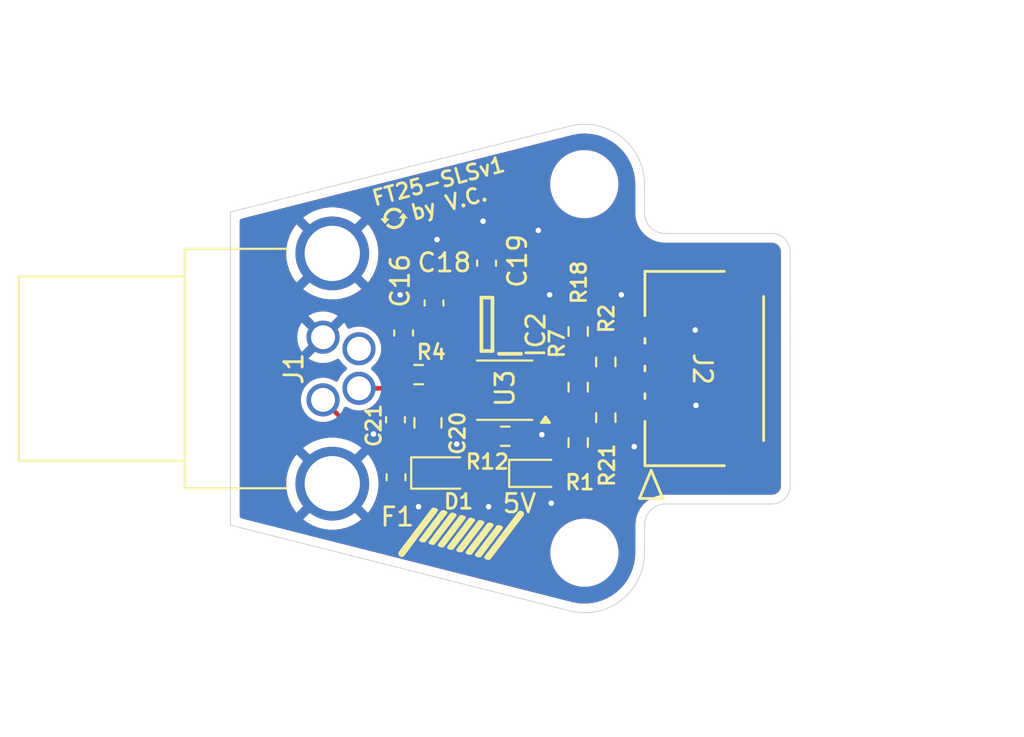
<source format=kicad_pcb>
(kicad_pcb
	(version 20240108)
	(generator "pcbnew")
	(generator_version "8.0")
	(general
		(thickness 1.6)
		(legacy_teardrops no)
	)
	(paper "A4")
	(layers
		(0 "F.Cu" signal)
		(31 "B.Cu" signal)
		(32 "B.Adhes" user "B.Adhesive")
		(33 "F.Adhes" user "F.Adhesive")
		(34 "B.Paste" user)
		(35 "F.Paste" user)
		(36 "B.SilkS" user "B.Silkscreen")
		(37 "F.SilkS" user "F.Silkscreen")
		(38 "B.Mask" user)
		(39 "F.Mask" user)
		(40 "Dwgs.User" user "User.Drawings")
		(41 "Cmts.User" user "User.Comments")
		(42 "Eco1.User" user "User.Eco1")
		(43 "Eco2.User" user "User.Eco2")
		(44 "Edge.Cuts" user)
		(45 "Margin" user)
		(46 "B.CrtYd" user "B.Courtyard")
		(47 "F.CrtYd" user "F.Courtyard")
		(48 "B.Fab" user)
		(49 "F.Fab" user)
		(50 "User.1" user)
		(51 "User.2" user)
		(52 "User.3" user)
		(53 "User.4" user)
		(54 "User.5" user)
		(55 "User.6" user)
		(56 "User.7" user)
		(57 "User.8" user)
		(58 "User.9" user)
	)
	(setup
		(stackup
			(layer "F.SilkS"
				(type "Top Silk Screen")
			)
			(layer "F.Paste"
				(type "Top Solder Paste")
			)
			(layer "F.Mask"
				(type "Top Solder Mask")
				(thickness 0.01)
			)
			(layer "F.Cu"
				(type "copper")
				(thickness 0.035)
			)
			(layer "dielectric 1"
				(type "core")
				(thickness 1.51)
				(material "FR4")
				(epsilon_r 4.5)
				(loss_tangent 0.02)
			)
			(layer "B.Cu"
				(type "copper")
				(thickness 0.035)
			)
			(layer "B.Mask"
				(type "Bottom Solder Mask")
				(thickness 0.01)
			)
			(layer "B.Paste"
				(type "Bottom Solder Paste")
			)
			(layer "B.SilkS"
				(type "Bottom Silk Screen")
			)
			(copper_finish "None")
			(dielectric_constraints no)
		)
		(pad_to_mask_clearance 0)
		(allow_soldermask_bridges_in_footprints no)
		(pcbplotparams
			(layerselection 0x00010fc_ffffffff)
			(plot_on_all_layers_selection 0x0000000_00000000)
			(disableapertmacros no)
			(usegerberextensions no)
			(usegerberattributes yes)
			(usegerberadvancedattributes yes)
			(creategerberjobfile no)
			(dashed_line_dash_ratio 12.000000)
			(dashed_line_gap_ratio 3.000000)
			(svgprecision 4)
			(plotframeref no)
			(viasonmask no)
			(mode 1)
			(useauxorigin yes)
			(hpglpennumber 1)
			(hpglpenspeed 20)
			(hpglpendiameter 15.000000)
			(pdf_front_fp_property_popups yes)
			(pdf_back_fp_property_popups yes)
			(dxfpolygonmode yes)
			(dxfimperialunits yes)
			(dxfusepcbnewfont yes)
			(psnegative no)
			(psa4output no)
			(plotreference yes)
			(plotvalue no)
			(plotfptext yes)
			(plotinvisibletext no)
			(sketchpadsonfab no)
			(subtractmaskfromsilk yes)
			(outputformat 1)
			(mirror no)
			(drillshape 0)
			(scaleselection 1)
			(outputdirectory "Gerber/")
		)
	)
	(net 0 "")
	(net 1 "+5V")
	(net 2 "GND")
	(net 3 "/Strain_out_f")
	(net 4 "/V_{x}")
	(net 5 "Net-(D2-A)")
	(net 6 "/V_{out,x}")
	(net 7 "/V_{ref}")
	(net 8 "unconnected-(IC2-NR-Pad5)")
	(net 9 "Net-(R12-Pad1)")
	(net 10 "Net-(R12-Pad2)")
	(net 11 "/Strain_in_b")
	(net 12 "/Strain_out_b")
	(net 13 "/Strain_in_f")
	(net 14 "Net-(J1-Pin_1)")
	(footprint "Resistor_SMD:R_0603_1608Metric" (layer "F.Cu") (at 126 60.33 180))
	(footprint "LOGO" (layer "F.Cu") (at 124.67 51.85 45))
	(footprint "Resistor_SMD:R_0603_1608Metric" (layer "F.Cu") (at 134.66 57.99 90))
	(footprint "Resistor_SMD:R_0603_1608Metric" (layer "F.Cu") (at 134.66 64.02 -90))
	(footprint "Resistor_SMD:R_0603_1608Metric" (layer "F.Cu") (at 134.66 61.015 90))
	(footprint "Capacitor_SMD:C_0603_1608Metric" (layer "F.Cu") (at 125.19 58.07 90))
	(footprint "Resistor_SMD:R_0603_1608Metric" (layer "F.Cu") (at 136.16 62.665 90))
	(footprint "Capacitor_SMD:C_0603_1608Metric" (layer "F.Cu") (at 129.69 54.28 90))
	(footprint "Capacitor_SMD:C_0603_1608Metric" (layer "F.Cu") (at 124.75 62.78 -90))
	(footprint "footprints:CON_5040500491" (layer "F.Cu") (at 138.62 62.25 -90))
	(footprint "Diode_SMD:D_SOD-323" (layer "F.Cu") (at 127.2125 65.67))
	(footprint "LED_SMD:LED_0603_1608Metric" (layer "F.Cu") (at 132.4 65.69))
	(footprint "Fuse:Fuse_0603_1608Metric" (layer "F.Cu") (at 124.78 65.9 -90))
	(footprint "Resistor_SMD:R_0603_1608Metric" (layer "F.Cu") (at 136.16 59.64 90))
	(footprint "FaSTTUBe_connectors:M8_718_4pin_horizontal" (layer "F.Cu") (at 120.82 60 -90))
	(footprint "Capacitor_SMD:C_0805_2012Metric" (layer "F.Cu") (at 126.51 62.95 -90))
	(footprint "Resistor_SMD:R_0603_1608Metric" (layer "F.Cu") (at 130.7 63.675 180))
	(footprint "MountingHole:MountingHole_3.2mm_M3" (layer "F.Cu") (at 134.99 49.99))
	(footprint "Package_SO:MSOP-8_3x3mm_P0.65mm" (layer "F.Cu") (at 130.675 61.175 180))
	(footprint "Capacitor_SMD:C_0603_1608Metric" (layer "F.Cu") (at 126.84 56.44 90))
	(footprint "SLS:spring" (layer "F.Cu") (at 128.31 68.97 75))
	(footprint "SLS:SOT95P280X145-6N" (layer "F.Cu") (at 129.71 57.6 180))
	(footprint "MountingHole:MountingHole_3.2mm_M3" (layer "F.Cu") (at 135 70))
	(gr_line
		(start 138.258135 50)
		(end 138.260001 51.520252)
		(stroke
			(width 0.05)
			(type default)
		)
		(layer "Edge.Cuts")
		(uuid "047a58d2-5c7a-4d0e-a7ba-993c36a1ecdb")
	)
	(gr_arc
		(start 134.30017 46.817912)
		(mid 137.041483 47.460749)
		(end 138.258135 50)
		(stroke
			(width 0.05)
			(type default)
		)
		(layer "Edge.Cuts")
		(uuid "1fcd7006-9aa4-4f63-8e9e-b7ef14098df0")
	)
	(gr_line
		(start 115.8 51.5)
		(end 134.30017 46.817912)
		(stroke
			(width 0.05)
			(type default)
		)
		(layer "Edge.Cuts")
		(uuid "20e8c366-a61e-4de7-a4fe-fd61b34c6f46")
	)
	(gr_line
		(start 139.358906 52.67)
		(end 145.16 52.67)
		(stroke
			(width 0.05)
			(type default)
		)
		(layer "Edge.Cuts")
		(uuid "2f0ce582-5716-4657-8f0f-dc6a7ce8570b")
	)
	(gr_arc
		(start 145.16 52.67)
		(mid 145.867107 52.962893)
		(end 146.16 53.67)
		(stroke
			(width 0.05)
			(type default)
		)
		(layer "Edge.Cuts")
		(uuid "4baa13b5-237e-4838-bb91-5dde458e3733")
	)
	(gr_arc
		(start 146.162893 66.352893)
		(mid 145.87 67.06)
		(end 145.162893 67.352893)
		(stroke
			(width 0.05)
			(type default)
		)
		(layer "Edge.Cuts")
		(uuid "75176ec2-35d6-41d4-8912-0f35a11580ae")
	)
	(gr_arc
		(start 138.258135 70)
		(mid 137.041483 72.53925)
		(end 134.30017 73.182088)
		(stroke
			(width 0.05)
			(type default)
		)
		(layer "Edge.Cuts")
		(uuid "a336c6f5-a1cf-4b1d-9838-87eacd91b785")
	)
	(gr_line
		(start 115.8 68.5)
		(end 134.3 73.182863)
		(stroke
			(width 0.05)
			(type default)
		)
		(layer "Edge.Cuts")
		(uuid "b789a6ef-07ab-43a9-a1ae-e9fc6c6e86cd")
	)
	(gr_line
		(start 115.8 51.5)
		(end 115.8 68.5)
		(stroke
			(width 0.05)
			(type default)
		)
		(layer "Edge.Cuts")
		(uuid "b9474df3-eb27-4050-a70e-af345bfb1b18")
	)
	(gr_line
		(start 138.258135 70)
		(end 138.270001 68.5)
		(stroke
			(width 0.05)
			(type default)
		)
		(layer "Edge.Cuts")
		(uuid "de008f69-ebc3-402b-a232-2a5d69a698e7")
	)
	(gr_arc
		(start 139.358906 52.67)
		(mid 138.572985 52.321138)
		(end 138.260001 51.520252)
		(stroke
			(width 0.05)
			(type default)
		)
		(layer "Edge.Cuts")
		(uuid "e3431d97-abae-41a9-83dc-dde36d8cfe89")
	)
	(gr_line
		(start 146.162892 66.343089)
		(end 146.16 53.67)
		(stroke
			(width 0.05)
			(type default)
		)
		(layer "Edge.Cuts")
		(uuid "f26d754f-d523-4a72-b1e2-c637a672451d")
	)
	(gr_arc
		(start 138.270001 68.5)
		(mid 138.582984 67.699114)
		(end 139.368906 67.350252)
		(stroke
			(width 0.05)
			(type default)
		)
		(layer "Edge.Cuts")
		(uuid "f56868d9-71a6-4ef0-9b59-b1ca8ef68688")
	)
	(gr_line
		(start 139.368906 67.350252)
		(end 145.162893 67.352893)
		(stroke
			(width 0.05)
			(type default)
		)
		(layer "Edge.Cuts")
		(uuid "fbdc0503-f665-4cf6-8daf-64aaa19e4528")
	)
	(gr_text "5V"
		(at 130.47 67.91 0)
		(layer "F.SilkS")
		(uuid "4395ba52-678a-4fc3-bbf4-fde79a80cfd5")
		(effects
			(font
				(size 1 1)
				(thickness 0.15)
			)
			(justify left bottom)
		)
	)
	(gr_text "FT25-SLSv1\n   by V.C."
		(at 123.89 52.51 15)
		(layer "F.SilkS")
		(uuid "699093e2-ee3c-49c4-8649-9f001ece82ab")
		(effects
			(font
				(size 0.8 0.8)
				(thickness 0.15)
				(bold yes)
			)
			(justify left bottom)
		)
	)
	(segment
		(start 126.51 62)
		(end 124.755 62)
		(width 0.25)
		(layer "F.Cu")
		(net 1)
		(uuid "21786a81-a319-41db-a8ea-50ff42d6904b")
	)
	(segment
		(start 129.7 61.47)
		(end 129.7 55.065)
		(width 0.25)
		(layer "F.Cu")
		(net 1)
		(uuid "21be8d7b-8ef4-4703-a788-c0deb31d8ab6")
	)
	(segment
		(start 134.66 63.195)
		(end 133.125 64.73)
		(width 0.25)
		(layer "F.Cu")
		(net 1)
		(uuid "44649583-da0a-4533-ac90-29119a903a7a")
	)
	(segment
		(start 124.78 66.6875)
		(end 125.145 66.6875)
		(width 0.25)
		(layer "F.Cu")
		(net 1)
		(uuid "532a6c1f-0e3f-49ae-b188-127e47aa2cec")
	)
	(segment
		(start 127.01 61.5)
		(end 126.51 62)
		(width 0.25)
		(layer "F.Cu")
		(net 1)
		(uuid "58d23d9e-d5a5-4bcb-a796-47ecf28097d7")
	)
	(segment
		(start 130.425 64.725)
		(end 130.71 64.44)
		(width 0.25)
		(layer "F.Cu")
		(net 1)
		(uuid "5b40791f-e26e-4a8c-8842-7f11e7d44a8f")
	)
	(segment
		(start 130.71 64.44)
		(end 130.71 62.48)
		(width 0.25)
		(layer "F.Cu")
		(net 1)
		(uuid "60216ff5-b8c7-4f4b-a43f-4a90983d7094")
	)
	(segment
		(start 128.5625 61.5)
		(end 129.73 61.5)
		(width 0.25)
		(layer "F.Cu")
		(net 1)
		(uuid "6ef3d291-21f3-43bc-aac3-82489c9ece5d")
	)
	(segment
		(start 135.865 63.195)
		(end 134.66 63.195)
		(width 0.25)
		(layer "F.Cu")
		(net 1)
		(uuid "76238dcb-6a0b-4cb5-84f3-28639aa31399")
	)
	(segment
		(start 129.73 61.5)
		(end 130.71 62.48)
		(width 0.25)
		(layer "F.Cu")
		(net 1)
		(uuid "7f47b661-8865-4aab-9583-3f5b1ccb6b08")
	)
	(segment
		(start 136.16 63.49)
		(end 135.865 63.195)
		(width 0.25)
		(layer "F.Cu")
		(net 1)
		(uuid "9cd6d881-93d5-415b-900a-30c9e8f8cb6b")
	)
	(segment
		(start 130.96 56.65)
		(end 130.96 56.325)
		(width 0.25)
		(layer "F.Cu")
		(net 1)
		(uuid "9feec80b-7de5-493d-b414-dcb367708588")
	)
	(segment
		(start 133.125 64.73)
		(end 131.12 64.73)
		(width 0.25)
		(layer "F.Cu")
		(net 1)
		(uuid "a2ab3516-ad43-4230-8840-b8f4bf5ce685")
	)
	(segment
		(start 124.755 62)
		(end 124.75 62.005)
		(width 0.25)
		(layer "F.Cu")
		(net 1)
		(uuid "b2194d2d-0ae3-4e8f-8135-e8f5f2dac064")
	)
	(segment
		(start 131.12 64.73)
		(end 130.303004 64.73)
		(width 0.25)
		(layer "F.Cu")
		(net 1)
		(uuid "b3f0e92d-45f2-4eb5-bc6f-02793d2839b5")
	)
	(segment
		(start 129.73 61.5)
		(end 129.7 61.47)
		(width 0.25)
		(layer "F.Cu")
		(net 1)
		(uuid "b4856ed4-7259-4e33-b548-91d97177adea")
	)
	(segment
		(start 130.96 56.325)
		(end 129.69 55.055)
		(width 0.25)
		(layer "F.Cu")
		(net 1)
		(uuid "b5340b67-0660-4dec-b5bf-a46eef7e2f33")
	)
	(segment
		(start 131 64.73)
		(end 131.12 64.73)
		(width 0.25)
		(layer "F.Cu")
		(net 1)
		(uuid "bd2d521a-235e-4abb-ad7d-0835841515ff")
	)
	(segment
		(start 130.71 64.44)
		(end 131 64.73)
		(width 0.25)
		(layer "F.Cu")
		(net 1)
		(uuid "cbaf1689-2679-4d24-9686-5f756860c196")
	)
	(segment
		(start 127.1075 64.725)
		(end 130.425 64.725)
		(width 0.25)
		(layer "F.Cu")
		(net 1)
		(uuid "d4c9b395-b5a6-48fa-b6f7-738db8dc2b9e")
	)
	(segment
		(start 128.46 56.65)
		(end 128.46 56.285)
		(width 0.25)
		(layer "F.Cu")
		(net 1)
		(uuid "d85470f0-8aeb-467d-8c32-4f04ecb74d58")
	)
	(segment
		(start 128.46 56.285)
		(end 129.69 55.055)
		(width 0.25)
		(layer "F.Cu")
		(net 1)
		(uuid "e3f97064-0e20-4e45-8731-0105535a6057")
	)
	(segment
		(start 125.145 66.6875)
		(end 126.1625 65.67)
		(width 0.25)
		(layer "F.Cu")
		(net 1)
		(uuid "e679a698-734b-41c4-9685-58e3fcb50f06")
	)
	(segment
		(start 128.5625 61.5)
		(end 127.01 61.5)
		(width 0.25)
		(layer "F.Cu")
		(net 1)
		(uuid "f2e10534-d478-493c-ba55-611fe903ffd1")
	)
	(segment
		(start 129.7 55.065)
		(end 129.69 55.055)
		(width 0.25)
		(layer "F.Cu")
		(net 1)
		(uuid "f5a117a7-9b03-4487-9f45-4f9e86a9645b")
	)
	(segment
		(start 126.1625 65.67)
		(end 127.1075 64.725)
		(width 0.25)
		(layer "F.Cu")
		(net 1)
		(uuid "f5f115d8-4230-4d7a-935c-168e5a444509")
	)
	(segment
		(start 128.07 64.1)
		(end 127.87 63.9)
		(width 0.25)
		(layer "F.Cu")
		(net 2)
		(uuid "98534cd3-f06e-46d0-9bf2-332859cd914a")
	)
	(segment
		(start 127.87 63.9)
		(end 126.51 63.9)
		(width 0.25)
		(layer "F.Cu")
		(net 2)
		(uuid "9cc256aa-d856-45b5-9d97-5647e976f4b5")
	)
	(segment
		(start 123.556942 63.553058)
		(end 123.558884 63.555)
		(width 0.25)
		(layer "F.Cu")
		(net 2)
		(uuid "aa2b85cb-1347-4d42-890a-503a1d8b9a05")
	)
	(segment
		(start 123.558884 63.555)
		(end 124.75 63.555)
		(width 0.25)
		(layer "F.Cu")
		(net 2)
		(uuid "c03b6544-0623-4ff2-b1bb-2a787b61d76c")
	)
	(via
		(at 133.2 67.31)
		(size 0.6)
		(drill 0.3)
		(layers "F.Cu" "B.Cu")
		(free yes)
		(net 2)
		(uuid "0669534c-1175-4813-9026-68057a9cf637")
	)
	(via
		(at 137.7 64.24)
		(size 0.6)
		(drill 0.3)
		(layers "F.Cu" "B.Cu")
		(free yes)
		(net 2)
		(uuid "182d7c9b-a961-4bde-9742-f8a35e1b8c46")
	)
	(via
		(at 133.11 56)
		(size 0.6)
		(drill 0.3)
		(layers "F.Cu" "B.Cu")
		(free yes)
		(net 2)
		(uuid "3117a987-81bd-4faf-9e94-5496877056c1")
	)
	(via
		(at 128.07 64.1)
		(size 0.6)
		(drill 0.3)
		(layers "F.Cu" "B.Cu")
		(net 2)
		(uuid "368c39df-1a61-4c47-8d87-07d7d43b3f8d")
	)
	(via
		(at 141.05 62)
		(size 0.6)
		(drill 0.3)
		(layers "F.Cu" "B.Cu")
		(free yes)
		(net 2)
		(uuid "5f5248a9-5ef1-43a3-b41c-0d27108fe04f")
	)
	(via
		(at 126 67.5)
		(size 0.6)
		(drill 0.3)
		(layers "F.Cu" "B.Cu")
		(free yes)
		(net 2)
		(uuid "625a557e-a47c-41e8-a950-9b981e80c766")
	)
	(via
		(at 129.8 67.5)
		(size 0.6)
		(drill 0.3)
		(layers "F.Cu" "B.Cu")
		(free yes)
		(net 2)
		(uuid "7800b166-f113-4bff-a53d-bb3b33f9498b")
	)
	(via
		(at 123.556942 63.553058)
		(size 0.6)
		(drill 0.3)
		(layers "F.Cu" "B.Cu")
		(net 2)
		(uuid "7ee49f79-5a8d-47da-a971-9e01d0aa833c")
	)
	(via
		(at 129.5 52)
		(size 0.6)
		(drill 0.3)
		(layers "F.Cu" "B.Cu")
		(free yes)
		(net 2)
		(uuid "83636ed7-af41-4e12-893e-20d7af9e1dce")
	)
	(via
		(at 125 56)
		(size 0.6)
		(drill 0.3)
		(layers "F.Cu" "B.Cu")
		(free yes)
		(net 2)
		(uuid "8b835fbb-fd8f-4dc9-bb89-3847dd82617e")
	)
	(via
		(at 127 53)
		(size 0.6)
		(drill 0.3)
		(layers "F.Cu" "B.Cu")
		(free yes)
		(net 2)
		(uuid "8d21937a-3b5d-4c89-8c8b-633d8b22d5be")
	)
	(via
		(at 141.01 57.91)
		(size 0.6)
		(drill 0.3)
		(layers "F.Cu" "B.Cu")
		(free yes)
		(net 2)
		(uuid "a4a54fab-ee54-4176-b684-bcbe60baaaaf")
	)
	(via
		(at 132.69 63.59)
		(size 0.6)
		(drill 0.3)
		(layers "F.Cu" "B.Cu")
		(free yes)
		(net 2)
		(uuid "b7fe539c-e45a-4f60-85f3-af9f5072b253")
	)
	(via
		(at 132.5 52.5)
		(size 0.6)
		(drill 0.3)
		(layers "F.Cu" "B.Cu")
		(free yes)
		(net 2)
		(uuid "d4fce9b8-ef88-44af-8ded-fa51390630de")
	)
	(via
		(at 137 56)
		(size 0.6)
		(drill 0.3)
		(layers "F.Cu" "B.Cu")
		(free yes)
		(net 2)
		(uuid "f7db308a-4012-4cd1-afd9-cc5585c62a14")
	)
	(segment
		(start 132.7875 61.5)
		(end 133.776996 61.5)
		(width 0.25)
		(layer "F.Cu")
		(net 3)
		(uuid "1bf4bf4b-b03b-4bc7-9edd-160660cc4637")
	)
	(segment
		(start 136.165 60.47)
		(end 138.34 60.47)
		(width 0.25)
		(layer "F.Cu")
		(net 3)
		(uuid "238884b8-2368-4391-ba09-b2b492a4a1de")
	)
	(segment
		(start 134.206996 61.07)
		(end 135.555 61.07)
		(width 0.25)
		(layer "F.Cu")
		(net 3)
		(uuid "69245507-d51f-4433-a6b3-75c76f9ec4d8")
	)
	(segment
		(start 138.34 60.47)
		(end 138.62 60.75)
		(width 0.25)
		(layer "F.Cu")
		(net 3)
		(uuid "6f85cb32-5388-4fc1-b6c1-6715987a6fb8")
	)
	(segment
		(start 133.776996 61.5)
		(end 134.206996 61.07)
		(width 0.25)
		(layer "F.Cu")
		(net 3)
		(uuid "83178236-a5cb-45d4-ab5c-3b573637b5c3")
	)
	(segment
		(start 136.16 60.465)
		(end 136.165 60.47)
		(width 0.25)
		(layer "F.Cu")
		(net 3)
		(uuid "8d171981-050a-4ff2-95cd-6f544e476aaf")
	)
	(segment
		(start 135.555 61.07)
		(end 136.16 60.465)
		(width 0.25)
		(layer "F.Cu")
		(net 3)
		(uuid "d07234b0-ff75-43fa-a0aa-cfaabff9fd1f")
	)
	(segment
		(start 125.175 60.33)
		(end 125.175 58.86)
		(width 0.25)
		(layer "F.Cu")
		(net 4)
		(uuid "3ef8512d-0b89-4cd3-86ff-b6b5decdd695")
	)
	(segment
		(start 125.175 58.86)
		(end 125.19 58.845)
		(width 0.25)
		(layer "F.Cu")
		(net 4)
		(uuid "45818938-71eb-4b2d-8cd8-82f5f5d18465")
	)
	(segment
		(start 124.43 61.075)
		(end 125.175 60.33)
		(width 0.25)
		(layer "F.Cu")
		(net 4)
		(uuid "4a44fcc3-046b-4167-82d8-631d32bbadd3")
	)
	(segment
		(start 122.77 61.075)
		(end 124.43 61.075)
		(width 0.25)
		(layer "F.Cu")
		(net 4)
		(uuid "7868cf83-355c-4b91-b6f2-72625106aa16")
	)
	(segment
		(start 134.66 64.845)
		(end 134.0325 64.845)
		(width 0.25)
		(layer "F.Cu")
		(net 5)
		(uuid "a8a39579-079e-4c51-829f-29366625d56d")
	)
	(segment
		(start 134.0325 64.845)
		(end 133.1875 65.69)
		(width 0.25)
		(layer "F.Cu")
		(net 5)
		(uuid "dbc41cfd-a735-4277-9579-3f0b75c39ab8")
	)
	(segment
		(start 127.345 60.85)
		(end 126.825 60.33)
		(width 0.25)
		(layer "F.Cu")
		(net 6)
		(uuid "96b891ed-eab5-4bdb-a89f-1411ed10ecd3")
	)
	(segment
		(start 128.5625 60.85)
		(end 127.345 60.85)
		(width 0.25)
		(layer "F.Cu")
		(net 6)
		(uuid "acd6a148-358d-4e41-86d8-540faf62c67b")
	)
	(segment
		(start 127.86 58.55)
		(end 128.46 58.55)
		(width 0.25)
		(layer "F.Cu")
		(net 7)
		(uuid "320b7d02-42d8-46fe-bdd2-05b7c513e8d0")
	)
	(segment
		(start 128.46 58.55)
		(end 128.46 60.0975)
		(width 0.25)
		(layer "F.Cu")
		(net 7)
		(uuid "39464193-9365-4b57-b6f6-e01b0964cc64")
	)
	(segment
		(start 126.84 57.53)
		(end 127.86 58.55)
		(width 0.25)
		(layer "F.Cu")
		(net 7)
		(uuid "41e16dab-d424-4274-90f0-4ed7dbc82d97")
	)
	(segment
		(start 126.84 57.215)
		(end 126.84 57.53)
		(width 0.25)
		(layer "F.Cu")
		(net 7)
		(uuid "5b8cdf2e-d1f2-45ba-9092-62b0ab80fa5c")
	)
	(segment
		(start 128.46 60.0975)
		(end 128.5625 60.2)
		(width 0.25)
		(layer "F.Cu")
		(net 7)
		(uuid "f2cb6e8e-ec58-4910-a2ad-b3441e4dc9e0")
	)
	(segment
		(start 131.525 63.675)
		(end 131.525 63.4125)
		(width 0.25)
		(layer "F.Cu")
		(net 9)
		(uuid "0346f360-9d39-4616-b5c4-d07f83c5ceeb")
	)
	(segment
		(start 131.525 63.4125)
		(end 132.7875 62.15)
		(width 0.25)
		(layer "F.Cu")
		(net 9)
		(uuid "75a59c3a-217e-40d9-87f4-9c4a121929f8")
	)
	(segment
		(start 131.475 63.7)
		(end 131.475 63.4625)
		(width 0.25)
		(layer "F.Cu")
		(net 9)
		(uuid "f6261232-2731-41f6-b05e-efa0b4928f56")
	)
	(segment
		(start 129.875 63.675)
		(end 129.875 63.4625)
		(width 0.25)
		(layer "F.Cu")
		(net 10)
		(uuid "1d9657b8-0dc0-43a4-9906-9d97d398e817")
	)
	(segment
		(start 129.875 63.4625)
		(end 128.5625 62.15)
		(width 0.25)
		(layer "F.Cu")
		(net 10)
		(uuid "9b4a0a56-000b-48d6-992e-c535d560d5b3")
	)
	(segment
		(start 133.86 59.39)
		(end 134.66 60.19)
		(width 0.25)
		(layer "F.Cu")
		(net 11)
		(uuid "4a994d5b-b9d4-4084-bc93-5dcc32f74414")
	)
	(segment
		(start 132.7875 60.85)
		(end 133.553812 60.85)
		(width 0.25)
		(layer "F.Cu")
		(net 11)
		(uuid "51ad6d53-2a50-46d8-b49f-80db8ad658be")
	)
	(segment
		(start 133.553812 60.85)
		(end 133.925 60.478812)
		(width 0.25)
		(layer "F.Cu")
		(net 11)
		(uuid "5697ae90-993b-4257-944d-ae719989fabe")
	)
	(segment
		(start 134.21 60.19)
		(end 134.66 60.19)
		(width 0.25)
		(layer "F.Cu")
		(net 11)
		(uuid "a4de813a-c974-435a-b1e8-57fd0700d0e6")
	)
	(segment
		(start 133.925 60.478812)
		(end 133.925 60.475)
		(width 0.25)
		(layer "F.Cu")
		(net 11)
		(uuid "acc6925e-5b01-4c71-a303-6836da4b5c61")
	)
	(segment
		(start 134.361996 57.89)
		(end 133.86 58.391996)
		(width 0.25)
		(layer "F.Cu")
		(net 11)
		(uuid "c81b172e-5b7c-45ef-a77e-b42dfed09f3b")
	)
	(segment
		(start 133.86 58.391996)
		(end 133.86 59.39)
		(width 0.25)
		(layer "F.Cu")
		(net 11)
		(uuid "dfcfa705-2bc6-4941-9292-f23e95d30d14")
	)
	(segment
		(start 133.925 60.475)
		(end 134.21 60.19)
		(width 0.25)
		(layer "F.Cu")
		(net 11)
		(uuid "e90254be-3248-41af-b242-14f6e5e18324")
	)
	(segment
		(start 138.62 57.749999)
		(end 138.479999 57.89)
		(width 0.25)
		(layer "F.Cu")
		(net 11)
		(uuid "f044fb1e-b4ef-4eff-886f-735271815f14")
	)
	(segment
		(start 138.479999 57.89)
		(end 134.361996 57.89)
		(width 0.25)
		(layer "F.Cu")
		(net 11)
		(uuid "fc5c1022-14c4-42f6-ab60-b2a8163e1819")
	)
	(segment
		(start 136.595001 59.250001)
		(end 136.16 58.815)
		(width 0.25)
		(layer "F.Cu")
		(net 12)
		(uuid "1d7feb12-502f-4c59-b8c5-23c38bc04eb8")
	)
	(segment
		(start 138.62 59.250001)
		(end 136.595001 59.250001)
		(width 0.25)
		(layer "F.Cu")
		(net 12)
		(uuid "b7a25da2-031c-4a89-8a76-a2c4e6ebcfa9")
	)
	(segment
		(start 136.16 58.815)
		(end 134.66 58.815)
		(width 0.25)
		(layer "F.Cu")
		(net 12)
		(uuid "e90b0d8c-1d06-4430-83d3-d7973602a8a2")
	)
	(segment
		(start 138.62 62.25)
		(end 136.57 62.25)
		(width 0.25)
		(layer "F.Cu")
		(net 13)
		(uuid "b8ebacd2-8a85-43fa-bda6-1363cf6f853d")
	)
	(segment
		(start 136.57 62.25)
		(end 136.16 61.84)
		(width 0.25)
		(layer "F.Cu")
		(net 13)
		(uuid "dabe03ec-2a1a-4c6b-8918-d521b3330527")
	)
	(segment
		(start 136.16 61.84)
		(end 134.66 61.84)
		(width 0.25)
		(layer "F.Cu")
		(net 13)
		(uuid "e742f0b2-a44a-4ac7-9f11-6026157b2855")
	)
	(segment
		(start 124.2325 65.1125)
		(end 124.78 65.1125)
		(width 0.25)
		(layer "F.Cu")
		(net 14)
		(uuid "1cdea84f-9400-479a-8a3b-9158d06ec5aa")
	)
	(segment
		(start 120.82 61.7)
		(end 124.2325 65.1125)
		(width 0.25)
		(layer "F.Cu")
		(net 14)
		(uuid "665bb9ed-22c4-49e1-bbe5-9cca38f4066c")
	)
	(zone
		(net 2)
		(net_name "GND")
		(layers "F&B.Cu")
		(uuid "332f2581-8e90-4a8c-bcba-1d8db04bc1e5")
		(hatch edge 0.5)
		(priority 1)
		(connect_pads
			(clearance 0.3)
		)
		(min_thickness 0.25)
		(filled_areas_thickness no)
		(fill yes
			(thermal_gap 0.5)
			(thermal_bridge_width 0.5)
		)
		(polygon
			(pts
				(xy 148.28 75.07) (xy 113.47 75.01) (xy 113.6 43.84) (xy 148.9 44.34)
			)
		)
		(filled_polygon
			(layer "F.Cu")
			(pts
				(xy 134.031652 62.400752) (xy 134.034519 62.402835) (xy 134.055089 62.418234) (xy 134.096959 62.474168)
				(xy 134.101943 62.54386) (xy 134.068457 62.605183) (xy 134.05509 62.616765) (xy 134.027453 62.637454)
				(xy 134.027452 62.637455) (xy 133.941206 62.752664) (xy 133.941202 62.752671) (xy 133.890908 62.887517)
				(xy 133.884501 62.947116) (xy 133.8845 62.947135) (xy 133.8845 63.317389) (xy 133.864815 63.384428)
				(xy 133.848181 63.40507) (xy 132.985071 64.268181) (xy 132.923748 64.301666) (xy 132.89739 64.3045)
				(xy 132.305553 64.3045) (xy 132.238514 64.284815) (xy 132.192759 64.232011) (xy 132.182815 64.162853)
				(xy 132.189371 64.137167) (xy 132.194797 64.122619) (xy 132.219091 64.057483) (xy 132.2255 63.997873)
				(xy 132.225499 63.365108) (xy 132.245183 63.29807) (xy 132.261813 63.277433) (xy 132.852429 62.686818)
				(xy 132.913752 62.653333) (xy 132.94011 62.650499) (xy 133.531517 62.650499) (xy 133.531518 62.650499)
				(xy 133.625304 62.635646) (xy 133.738342 62.57805) (xy 133.82805 62.488342) (xy 133.849723 62.445805)
				(xy 133.897696 62.395011) (xy 133.965517 62.378215)
			)
		)
		(filled_polygon
			(layer "F.Cu")
			(pts
				(xy 127.607261 62.573654) (xy 127.611652 62.578045) (xy 127.611654 62.578046) (xy 127.611658 62.57805)
				(xy 127.719042 62.632765) (xy 127.724698 62.635647) (xy 127.818475 62.650499) (xy 127.818481 62.6505)
				(xy 128.409889 62.650499) (xy 128.476928 62.670183) (xy 128.49757 62.686818) (xy 129.138181 63.327428)
				(xy 129.171666 63.388751) (xy 129.1745 63.415109) (xy 129.1745 63.99787) (xy 129.174501 63.997876)
				(xy 129.180908 64.057483) (xy 129.208764 64.132167) (xy 129.213748 64.201859) (xy 129.180263 64.263182)
				(xy 129.118939 64.296666) (xy 129.092582 64.2995) (xy 127.859 64.2995) (xy 127.791961 64.279815)
				(xy 127.746206 64.227011) (xy 127.735 64.1755) (xy 127.735 64.15) (xy 126.634 64.15) (xy 126.566961 64.130315)
				(xy 126.521206 64.077511) (xy 126.51 64.026) (xy 126.51 63.774) (xy 126.529685 63.706961) (xy 126.582489 63.661206)
				(xy 126.634 63.65) (xy 127.734999 63.65) (xy 127.734999 63.600028) (xy 127.734998 63.600013) (xy 127.724505 63.497302)
				(xy 127.669358 63.33088) (xy 127.669356 63.330875) (xy 127.577315 63.181654) (xy 127.453345 63.057684)
				(xy 127.304124 62.965643) (xy 127.304121 62.965642) (xy 127.282241 62.958392) (xy 127.224797 62.918619)
				(xy 127.197974 62.854103) (xy 127.210289 62.785327) (xy 127.251605 62.740832) (xy 127.250584 62.739486)
				(xy 127.312723 62.692364) (xy 127.377922 62.642922) (xy 127.420776 62.586409) (xy 127.476968 62.544887)
				(xy 127.546689 62.540335)
			)
		)
		(filled_polygon
			(layer "F.Cu")
			(pts
				(xy 123.938549 61.754723) (xy 123.971776 61.816186) (xy 123.9745 61.842035) (xy 123.9745 62.271144)
				(xy 123.979825 62.315494) (xy 123.98464 62.355588) (xy 124.037636 62.489976) (xy 124.09639 62.567454)
				(xy 124.121213 62.632765) (xy 124.106785 62.701129) (xy 124.062688 62.747914) (xy 124.047273 62.757422)
				(xy 124.047267 62.757427) (xy 123.927427 62.877267) (xy 123.927424 62.877271) (xy 123.838457 63.021507)
				(xy 123.838452 63.021518) (xy 123.785144 63.182393) (xy 123.775 63.281677) (xy 123.775 63.305) (xy 124.626 63.305)
				(xy 124.693039 63.324685) (xy 124.738794 63.377489) (xy 124.75 63.429) (xy 124.75 63.681) (xy 124.730315 63.748039)
				(xy 124.677511 63.793794) (xy 124.626 63.805) (xy 123.775001 63.805) (xy 123.738682 63.841319) (xy 123.73548 63.838117)
				(xy 123.702512 63.866685) (xy 123.633354 63.876629) (xy 123.569798 63.847604) (xy 123.56332 63.841572)
				(xy 122.05197 62.330222) (xy 122.018485 62.268899) (xy 122.023469 62.199207) (xy 122.065341 62.143274)
				(xy 122.130805 62.118857) (xy 122.199078 62.133709) (xy 122.204914 62.137105) (xy 122.232599 62.154247)
				(xy 122.44006 62.234618) (xy 122.658757 62.2755) (xy 122.658759 62.2755) (xy 122.881241 62.2755)
				(xy 122.881243 62.2755) (xy 123.09994 62.234618) (xy 123.307401 62.154247) (xy 123.496562 62.037124)
				(xy 123.660981 61.887236) (xy 123.751546 61.767307) (xy 123.807655 61.725672) (xy 123.877367 61.720981)
			)
		)
		(filled_polygon
			(layer "F.Cu")
			(pts
				(xy 135.026024 47.242866) (xy 135.095177 47.247213) (xy 135.319466 47.261312) (xy 135.333208 47.26295)
				(xy 135.574072 47.30541) (xy 135.622762 47.313993) (xy 135.636222 47.317148) (xy 135.918316 47.40016)
				(xy 135.931323 47.404792) (xy 136.202384 47.518722) (xy 136.214828 47.524791) (xy 136.471479 47.668217)
				(xy 136.483168 47.675634) (xy 136.567886 47.736282) (xy 136.722248 47.846787) (xy 136.733026 47.855452)
				(xy 136.832649 47.945147) (xy 136.951533 48.052186) (xy 136.961288 48.062009) (xy 137.156498 48.281867)
				(xy 137.165098 48.292717) (xy 137.334581 48.532965) (xy 137.341917 48.544705) (xy 137.483568 48.802356)
				(xy 137.48955 48.814841) (xy 137.549262 48.959706) (xy 137.596943 49.075386) (xy 137.601593 49.086666)
				(xy 137.606146 49.09974) (xy 137.68719 49.382367) (xy 137.690257 49.395867) (xy 137.73929 49.685756)
				(xy 137.740834 49.699514) (xy 137.757442 49.996549) (xy 137.757635 50.003471) (xy 137.757635 50.073149)
				(xy 137.757725 50.074518) (xy 137.759496 51.517438) (xy 137.759475 51.519845) (xy 137.757521 51.627242)
				(xy 137.757522 51.62726) (xy 137.78623 51.857264) (xy 137.786231 51.857273) (xy 137.847182 52.080908)
				(xy 137.939152 52.293683) (xy 137.939155 52.293689) (xy 138.060293 52.491312) (xy 138.060299 52.491321)
				(xy 138.103307 52.543238) (xy 138.208168 52.669821) (xy 138.379802 52.825619) (xy 138.571746 52.955576)
				(xy 138.780141 53.057078) (xy 139.000797 53.128086) (xy 139.229272 53.167171) (xy 139.229278 53.167172)
				(xy 139.271751 53.168322) (xy 139.284851 53.170227) (xy 139.284955 53.169439) (xy 139.293014 53.1705)
				(xy 139.350297 53.1705) (xy 139.353709 53.170546) (xy 139.411003 53.172124) (xy 139.419081 53.171286)
				(xy 139.419161 53.172058) (xy 139.432397 53.1705) (xy 145.094108 53.1705) (xy 145.153038 53.1705)
				(xy 145.166922 53.17128) (xy 145.173827 53.172058) (xy 145.257266 53.181459) (xy 145.284331 53.187636)
				(xy 145.36354 53.215352) (xy 145.388553 53.227398) (xy 145.459606 53.272043) (xy 145.481313 53.289355)
				(xy 145.540644 53.348686) (xy 145.557957 53.370395) (xy 145.6026 53.441444) (xy 145.614648 53.466462)
				(xy 145.642362 53.545666) (xy 145.64854 53.572735) (xy 145.65872 53.663076) (xy 145.6595 53.676961)
				(xy 145.6595 53.74386) (xy 145.659516 53.744117) (xy 145.662392 66.345911) (xy 145.661612 66.359822)
				(xy 145.651434 66.450158) (xy 145.645256 66.477229) (xy 145.617542 66.556433) (xy 145.605494 66.581451)
				(xy 145.560851 66.6525) (xy 145.543538 66.674209) (xy 145.484209 66.733538) (xy 145.4625 66.750851)
				(xy 145.391451 66.795494) (xy 145.366433 66.807542) (xy 145.287229 66.835256) (xy 145.26016 66.841434)
				(xy 145.169847 66.851609) (xy 145.15591 66.852388) (xy 139.442475 66.849784) (xy 139.429155 66.848219)
				(xy 139.429078 66.848966) (xy 139.420998 66.848127) (xy 139.363854 66.8497) (xy 139.360388 66.849747)
				(xy 139.303246 66.849721) (xy 139.295193 66.850778) (xy 139.295092 66.850012) (xy 139.281904 66.851924)
				(xy 139.239284 66.853079) (xy 139.239283 66.853079) (xy 139.010798 66.892163) (xy 138.79014 66.96317)
				(xy 138.581741 67.064671) (xy 138.581737 67.064673) (xy 138.389796 67.194623) (xy 138.218155 67.350422)
				(xy 138.218151 67.350426) (xy 138.070281 67.528921) (xy 138.070281 67.528922) (xy 137.949141 67.726534)
				(xy 137.949132 67.726551) (xy 137.857158 67.939313) (xy 137.857154 67.939324) (xy 137.796199 68.162945)
				(xy 137.796197 68.162956) (xy 137.767478 68.392975) (xy 137.769436 68.500941) (xy 137.769452 68.50417)
				(xy 137.758232 69.922398) (xy 137.757635 69.931002) (xy 137.757635 69.996524) (xy 137.757442 70.003446)
				(xy 137.740834 70.300485) (xy 137.73929 70.314243) (xy 137.690257 70.604132) (xy 137.68719 70.617632)
				(xy 137.606146 70.900259) (xy 137.601593 70.913333) (xy 137.48955 71.185158) (xy 137.483568 71.197643)
				(xy 137.341917 71.455294) (xy 137.334581 71.467034) (xy 137.165098 71.707282) (xy 137.156498 71.718132)
				(xy 136.961288 71.93799) (xy 136.951533 71.947813) (xy 136.733032 72.144542) (xy 136.722242 72.153217)
				(xy 136.483168 72.324365) (xy 136.471479 72.331782) (xy 136.214828 72.475208) (xy 136.202384 72.481277)
				(xy 135.931332 72.595204) (xy 135.9183 72.599844) (xy 135.63624 72.682846) (xy 135.622762 72.686006)
				(xy 135.333211 72.737048) (xy 135.319463 72.738687) (xy 135.026024 72.757133) (xy 135.012181 72.757229)
				(xy 134.718516 72.74285) (xy 134.704748 72.741402) (xy 134.411097 72.693824) (xy 134.404298 72.692526)
				(xy 134.39262 72.689958) (xy 134.388823 72.689061) (xy 123.286327 69.878711) (xy 133.1495 69.878711)
				(xy 133.1495 70.121288) (xy 133.181161 70.361785) (xy 133.243947 70.596104) (xy 133.336773 70.820205)
				(xy 133.336776 70.820212) (xy 133.458064 71.030289) (xy 133.458066 71.030292) (xy 133.458067 71.030293)
				(xy 133.605733 71.222736) (xy 133.605739 71.222743) (xy 133.777256 71.39426) (xy 133.777263 71.394266)
				(xy 133.872097 71.467034) (xy 133.969711 71.541936) (xy 134.179788 71.663224) (xy 134.4039 71.756054)
				(xy 134.638211 71.818838) (xy 134.818586 71.842584) (xy 134.878711 71.8505) (xy 134.878712 71.8505)
				(xy 135.121289 71.8505) (xy 135.169388 71.844167) (xy 135.361789 71.818838) (xy 135.5961 71.756054)
				(xy 135.820212 71.663224) (xy 136.030289 71.541936) (xy 136.222738 71.394265) (xy 136.394265 71.222738)
				(xy 136.541936 71.030289) (xy 136.663224 70.820212) (xy 136.756054 70.5961) (xy 136.818838 70.361789)
				(xy 136.8505 70.121288) (xy 136.8505 69.878712) (xy 136.818838 69.638211) (xy 136.756054 69.4039)
				(xy 136.663224 69.179788) (xy 136.541936 68.969711) (xy 136.394265 68.777262) (xy 136.39426 68.777256)
				(xy 136.222743 68.605739) (xy 136.222736 68.605733) (xy 136.030293 68.458067) (xy 136.030292 68.458066)
				(xy 136.030289 68.458064) (xy 135.820212 68.336776) (xy 135.820205 68.336773) (xy 135.596104 68.243947)
				(xy 135.361785 68.181161) (xy 135.121289 68.1495) (xy 135.121288 68.1495) (xy 134.878712 68.1495)
				(xy 134.878711 68.1495) (xy 134.638214 68.181161) (xy 134.403895 68.243947) (xy 134.179794 68.336773)
				(xy 134.179785 68.336777) (xy 133.969706 68.458067) (xy 133.777263 68.605733) (xy 133.777256 68.605739)
				(xy 133.605739 68.777256) (xy 133.605733 68.777263) (xy 133.458067 68.969706) (xy 133.336777 69.179785)
				(xy 133.336773 69.179794) (xy 133.243947 69.403895) (xy 133.181161 69.638214) (xy 133.1495 69.878711)
				(xy 123.286327 69.878711) (xy 116.394072 68.13409) (xy 116.333912 68.098556) (xy 116.302514 68.036139)
				(xy 116.3005 68.013881) (xy 116.3005 66.249994) (xy 118.815057 66.249994) (xy 118.815057 66.250005)
				(xy 118.834807 66.563942) (xy 118.834808 66.563949) (xy 118.893755 66.872958) (xy 118.990963 67.172132)
				(xy 118.990965 67.172137) (xy 119.1249 67.456761) (xy 119.124903 67.456767) (xy 119.293452 67.722359)
				(xy 119.384286 67.832158) (xy 120.097339 67.119104) (xy 120.175864 67.227184) (xy 120.342816 67.394136)
				(xy 120.450893 67.472658) (xy 119.734972 68.188579) (xy 119.97778 68.36499) (xy 119.97779 68.364996)
				(xy 120.253447 68.51654) (xy 120.253455 68.516544) (xy 120.545926 68.63234) (xy 120.85062 68.710573)
				(xy 120.850629 68.710575) (xy 121.162701 68.749999) (xy 121.162715 68.75) (xy 121.477285 68.75)
				(xy 121.477298 68.749999) (xy 121.78937 68.710575) (xy 121.789379 68.710573) (xy 122.094073 68.63234)
				(xy 122.386544 68.516544) (xy 122.386552 68.51654) (xy 122.662203 68.365) (xy 122.662214 68.364993)
				(xy 122.905025 68.188579) (xy 122.905026 68.188579) (xy 122.189105 67.472659) (xy 122.297184 67.394136)
				(xy 122.464136 67.227184) (xy 122.542659 67.119105) (xy 123.255712 67.832158) (xy 123.346544 67.722364)
				(xy 123.515096 67.456767) (xy 123.515099 67.456761) (xy 123.649034 67.172137) (xy 123.649036 67.172132)
				(xy 123.746244 66.872958) (xy 123.758696 66.807685) (xy 123.790594 66.745521) (xy 123.851037 66.710471)
				(xy 123.920833 66.713663) (xy 123.977825 66.754083) (xy 124.003916 66.818898) (xy 124.0045 66.83092)
				(xy 124.0045 66.946902) (xy 124.01452 67.030343) (xy 124.01452 67.030344) (xy 124.066886 67.163134)
				(xy 124.153132 67.276867) (xy 124.250135 67.350426) (xy 124.266868 67.363115) (xy 124.399654 67.415479)
				(xy 124.483098 67.4255) (xy 125.076902 67.4255) (xy 125.160346 67.415479) (xy 125.293132 67.363115)
				(xy 125.406867 67.276867) (xy 125.493115 67.163132) (xy 125.545479 67.030346) (xy 125.5555 66.946902)
				(xy 125.5555 66.930109) (xy 125.575185 66.86307) (xy 125.591819 66.842428) (xy 126.127428 66.306819)
				(xy 126.188751 66.273334) (xy 126.215109 66.2705) (xy 126.46677 66.2705) (xy 126.497199 66.267646)
				(xy 126.497201 66.267646) (xy 126.56129 66.245219) (xy 126.625382 66.222793) (xy 126.73465 66.14215)
				(xy 126.815293 66.032882) (xy 126.847794 65.94) (xy 126.854792 65.920001) (xy 127.365204 65.920001)
				(xy 127.365399 65.922486) (xy 127.411218 66.080198) (xy 127.494814 66.221552) (xy 127.494821 66.221561)
				(xy 127.610938 66.337678) (xy 127.610947 66.337685) (xy 127.752303 66.421282) (xy 127.752306 66.421283)
				(xy 127.910004 66.467099) (xy 127.91001 66.4671) (xy 127.94685 66.469999) (xy 127.946866 66.47)
				(xy 128.0125 66.47) (xy 128.5125 66.47) (xy 128.578134 66.47) (xy 128.578149 66.469999) (xy 128.614989 66.4671)
				(xy 128.614995 66.467099) (xy 128.772693 66.421283) (xy 128.772696 66.421282) (xy 128.914052 66.337685)
				(xy 128.914061 66.337678) (xy 129.030178 66.221561) (xy 129.030185 66.221552) (xy 129.113781 66.080198)
				(xy 129.138779 65.994152) (xy 130.675001 65.994152) (xy 130.685056 66.092583) (xy 130.737906 66.252072)
				(xy 130.737908 66.252077) (xy 130.826114 66.39508) (xy 130.944919 66.513885) (xy 131.087922 66.602091)
				(xy 131.087927 66.602093) (xy 131.247416 66.654942) (xy 131.345856 66.664999) (xy 131.3625 66.664998)
				(xy 131.3625 65.94) (xy 130.675001 65.94) (xy 130.675001 65.994152) (xy 129.138779 65.994152) (xy 129.1596 65.922486)
				(xy 129.159795 65.920001) (xy 129.159795 65.92) (xy 128.5125 65.92) (xy 128.5125 66.47) (xy 128.0125 66.47)
				(xy 128.0125 65.92) (xy 127.365205 65.92) (xy 127.365204 65.920001) (xy 126.854792 65.920001) (xy 126.860146 65.904701)
				(xy 126.860146 65.904699) (xy 126.863 65.874269) (xy 126.863 65.62261) (xy 126.882685 65.555571)
				(xy 126.899319 65.534929) (xy 127.031704 65.402544) (xy 127.166682 65.267565) (xy 127.228003 65.234082)
				(xy 127.297694 65.239066) (xy 127.353628 65.280937) (xy 127.378045 65.346402) (xy 127.373438 65.389841)
				(xy 127.3654 65.417508) (xy 127.365399 65.417511) (xy 127.365204 65.419998) (xy 127.365205 65.42)
				(xy 129.159795 65.42) (xy 129.159795 65.419998) (xy 129.1596 65.417511) (xy 129.159599 65.417505)
				(xy 129.128103 65.309095) (xy 129.128302 65.239225) (xy 129.166244 65.180555) (xy 129.229883 65.151712)
				(xy 129.247179 65.1505) (xy 130.212001 65.1505) (xy 130.244088 65.154723) (xy 130.246986 65.1555)
				(xy 130.56122 65.1555) (xy 130.628259 65.175185) (xy 130.674014 65.227989) (xy 130.684578 65.292103)
				(xy 130.675 65.385849) (xy 130.675 65.44) (xy 131.4885 65.44) (xy 131.555539 65.459685) (xy 131.601294 65.512489)
				(xy 131.6125 65.564) (xy 131.6125 65.69) (xy 131.7385 65.69) (xy 131.805539 65.709685) (xy 131.851294 65.762489)
				(xy 131.8625 65.814) (xy 131.8625 66.664999) (xy 131.879136 66.664999) (xy 131.879152 66.664998)
				(xy 131.977583 66.654943) (xy 132.137072 66.602093) (xy 132.137077 66.602091) (xy 132.28008 66.513885)
				(xy 132.398887 66.395078) (xy 132.423574 66.355054) (xy 132.475521 66.308329) (xy 132.544483 66.297106)
				(xy 132.604038 66.321346) (xy 132.701272 66.39508) (xy 132.711868 66.403115) (xy 132.844654 66.455479)
				(xy 132.928098 66.4655) (xy 133.446902 66.4655) (xy 133.530346 66.455479) (xy 133.663132 66.403115)
				(xy 133.776867 66.316867) (xy 133.863115 66.203132) (xy 133.915479 66.070346) (xy 133.9255 65.986902)
				(xy 133.9255 65.60511) (xy 133.945185 65.538071) (xy 133.961819 65.517429) (xy 133.979642 65.499606)
				(xy 134.040965 65.466121) (xy 134.110657 65.471105) (xy 134.14163 65.488018) (xy 134.142669 65.488796)
				(xy 134.277517 65.539091) (xy 134.337127 65.5455) (xy 134.982872 65.545499) (xy 135.042483 65.539091)
				(xy 135.07264 65.527843) (xy 142.41 65.527843) (xy 142.416401 65.587371) (xy 142.416403 65.587378)
				(xy 142.466645 65.722085) (xy 142.466649 65.722092) (xy 142.552809 65.837186) (xy 142.552812 65.837189)
				(xy 142.667906 65.923349) (xy 142.667913 65.923353) (xy 142.80262 65.973595) (xy 142.802627 65.973597)
				(xy 142.862155 65.979998) (xy 142.862172 65.979999) (xy 143.56 65.979999) (xy 144.06 65.979999)
				(xy 144.757828 65.979999) (xy 144.757844 65.979998) (xy 144.817372 65.973597) (xy 144.817379 65.973595)
				(xy 144.952086 65.923353) (xy 144.952093 65.923349) (xy 145.067187 65.837189) (xy 145.06719 65.837186)
				(xy 145.15335 65.722092) (xy 145.153354 65.722085) (xy 145.203596 65.587378) (xy 145.203598 65.587371)
				(xy 145.209999 65.527843) (xy 145.21 65.527826) (xy 145.21 65.104999) (xy 144.06 65.104999) (xy 144.06 65.979999)
				(xy 143.56 65.979999) (xy 143.56 65.104999) (xy 142.41 65.104999) (xy 142.41 65.527843) (xy 135.07264 65.527843)
				(xy 135.177331 65.488796) (xy 135.292546 65.402546) (xy 135.378796 65.287331) (xy 135.429091 65.152483)
				(xy 135.4355 65.092873) (xy 135.435499 64.597128) (xy 135.429091 64.537517) (xy 135.378796 64.402669)
				(xy 135.378795 64.402668) (xy 135.378793 64.402664) (xy 135.292547 64.287455) (xy 135.292544 64.287452)
				(xy 135.177335 64.201206) (xy 135.177328 64.201202) (xy 135.042486 64.15091) (xy 135.042485 64.150909)
				(xy 135.042483 64.150909) (xy 134.982873 64.1445) (xy 134.982864 64.1445) (xy 134.611608 64.1445)
				(xy 134.544569 64.124815) (xy 134.498814 64.072011) (xy 134.48887 64.002853) (xy 134.517895 63.939297)
				(xy 134.523957 63.932789) (xy 134.524973 63.931774) (xy 134.586312 63.89832) (xy 134.61261 63.895499)
				(xy 134.982871 63.895499) (xy 134.982872 63.895499) (xy 135.042483 63.889091) (xy 135.177331 63.838796)
				(xy 135.223731 63.80406) (xy 135.289192 63.779643) (xy 135.357465 63.794493) (xy 135.406872 63.843897)
				(xy 135.414223 63.859993) (xy 135.441203 63.93233) (xy 135.441206 63.932335) (xy 135.527452 64.047544)
				(xy 135.527455 64.047547) (xy 135.642664 64.133793) (xy 135.642671 64.133797) (xy 135.679403 64.147497)
				(xy 135.777517 64.184091) (xy 135.837127 64.1905) (xy 136.482872 64.190499) (xy 136.542483 64.184091)
				(xy 136.547676 64.182154) (xy 142.41 64.182154) (xy 142.41 64.604999) (xy 143.56 64.604999) (xy 144.06 64.604999)
				(xy 145.21 64.604999) (xy 145.21 64.182171) (xy 145.209999 64.182154) (xy 145.203598 64.122626)
				(xy 145.203596 64.122619) (xy 145.153354 63.987912) (xy 145.15335 63.987905) (xy 145.06719 63.872811)
				(xy 145.067187 63.872808) (xy 144.952093 63.786648) (xy 144.952086 63.786644) (xy 144.817379 63.736402)
				(xy 144.817372 63.7364) (xy 144.757844 63.729999) (xy 144.06 63.729999) (xy 144.06 64.604999) (xy 143.56 64.604999)
				(xy 143.56 63.729999) (xy 142.862155 63.729999) (xy 142.802627 63.7364) (xy 142.80262 63.736402)
				(xy 142.667913 63.786644) (xy 142.667906 63.786648) (xy 142.552812 63.872808) (xy 142.552809 63.872811)
				(xy 142.466649 63.987905) (xy 142.466645 63.987912) (xy 142.416403 64.122619) (xy 142.416401 64.122626)
				(xy 142.41 64.182154) (xy 136.547676 64.182154) (xy 136.677331 64.133796) (xy 136.792546 64.047546)
				(xy 136.878796 63.932331) (xy 136.929091 63.797483) (xy 136.9355 63.737873) (xy 136.935499 63.242128)
				(xy 136.929091 63.182517) (xy 136.882531 63.057684) (xy 136.878797 63.047671) (xy 136.878793 63.047664)
				(xy 136.817391 62.965643) (xy 136.792546 62.932454) (xy 136.747543 62.898765) (xy 136.705674 62.842833)
				(xy 136.70069 62.773141) (xy 136.734175 62.711818) (xy 136.795499 62.678334) (xy 136.821856 62.6755)
				(xy 137.770055 62.6755) (xy 137.837094 62.695185) (xy 137.858419 62.715889) (xy 137.859669 62.71464)
				(xy 137.867794 62.722765) (xy 137.947235 62.802206) (xy 138.050009 62.847585) (xy 138.075135 62.8505)
				(xy 139.164864 62.850499) (xy 139.164879 62.850497) (xy 139.164882 62.850497) (xy 139.189987 62.847586)
				(xy 139.189988 62.847585) (xy 139.189991 62.847585) (xy 139.292765 62.802206) (xy 139.372206 62.722765)
				(xy 139.417585 62.619991) (xy 139.4205 62.594865) (xy 139.420499 61.905136) (xy 139.420497 61.905117)
				(xy 139.417586 61.880012) (xy 139.417585 61.88001) (xy 139.417585 61.880009) (xy 139.372206 61.777235)
				(xy 139.292765 61.697794) (xy 139.292763 61.697793) (xy 139.189992 61.652415) (xy 139.164865 61.6495)
				(xy 138.075143 61.6495) (xy 138.075117 61.649502) (xy 138.050012 61.652413) (xy 138.050008 61.652415)
				(xy 137.947235 61.697793) (xy 137.947234 61.697794) (xy 137.859669 61.78536) (xy 137.857232 61.782923)
				(xy 137.818213 61.814766) (xy 137.770055 61.8245) (xy 137.059499 61.8245) (xy 136.99246 61.804815)
				(xy 136.946705 61.752011) (xy 136.935499 61.7005) (xy 136.935499 61.592129) (xy 136.935498 61.592123)
				(xy 136.929091 61.532516) (xy 136.878797 61.397671) (xy 136.878793 61.397664) (xy 136.792547 61.282455)
				(xy 136.792546 61.282454) (xy 136.768751 61.264641) (xy 136.751552 61.251766) (xy 136.709681 61.195834)
				(xy 136.704697 61.126142) (xy 136.738182 61.064819) (xy 136.751549 61.053235) (xy 136.792546 61.022546)
				(xy 136.850456 60.945188) (xy 136.906389 60.903318) (xy 136.949722 60.8955) (xy 137.695501 60.8955)
				(xy 137.76254 60.915185) (xy 137.808295 60.967989) (xy 137.819501 61.0195) (xy 137.819501 61.094856)
				(xy 137.819502 61.094882) (xy 137.822413 61.119987) (xy 137.822415 61.119991) (xy 137.867793 61.222764)
				(xy 137.867794 61.222765) (xy 137.947235 61.302206) (xy 138.050009 61.347585) (xy 138.075135 61.3505)
				(xy 139.164864 61.350499) (xy 139.164879 61.350497) (xy 139.164882 61.350497) (xy 139.189987 61.347586)
				(xy 139.189988 61.347585) (xy 139.189991 61.347585) (xy 139.292765 61.302206) (xy 139.372206 61.222765)
				(xy 139.417585 61.119991) (xy 139.4205 61.094865) (xy 139.420499 60.405136) (xy 139.420497 60.405117)
				(xy 139.417586 60.380012) (xy 139.417585 60.38001) (xy 139.417585 60.380009) (xy 139.372206 60.277235)
				(xy 139.292765 60.197794) (xy 139.272382 60.188794) (xy 139.189992 60.152415) (xy 139.164868 60.1495)
				(xy 139.164865 60.1495) (xy 138.669103 60.1495) (xy 138.607103 60.132887) (xy 138.559539 60.105426)
				(xy 138.518769 60.081887) (xy 138.470553 60.03132) (xy 138.457331 59.962713) (xy 138.483299 59.897848)
				(xy 138.540213 59.85732) (xy 138.580765 59.8505) (xy 139.164864 59.8505) (xy 139.164879 59.850498)
				(xy 139.164882 59.850498) (xy 139.189987 59.847587) (xy 139.189988 59.847586) (xy 139.189991 59.847586)
				(xy 139.292765 59.802207) (xy 139.372206 59.722766) (xy 139.417585 59.619992) (xy 139.4205 59.594866)
				(xy 139.420499 58.905137) (xy 139.420497 58.905118) (xy 139.417586 58.880013) (xy 139.417585 58.880011)
				(xy 139.417585 58.88001) (xy 139.372206 58.777236) (xy 139.292765 58.697795) (xy 139.292763 58.697794)
				(xy 139.189992 58.652416) (xy 139.164865 58.649501) (xy 138.075143 58.649501) (xy 138.075117 58.649503)
				(xy 138.050012 58.652414) (xy 138.050008 58.652416) (xy 137.947235 58.697794) (xy 137.947234 58.697795)
				(xy 137.859669 58.785361) (xy 137.857232 58.782924) (xy 137.818213 58.814767) (xy 137.770055 58.824501)
				(xy 137.0595 58.824501) (xy 136.992461 58.804816) (xy 136.946706 58.752012) (xy 136.9355 58.700502)
				(xy 136.935499 58.56713) (xy 136.935498 58.567123) (xy 136.929091 58.507517) (xy 136.924203 58.494411)
				(xy 136.919885 58.482832) (xy 136.914901 58.41314) (xy 136.948387 58.351818) (xy 137.009711 58.318333)
				(xy 137.036067 58.3155) (xy 137.951187 58.3155) (xy 138.001272 58.326064) (xy 138.050009 58.347584)
				(xy 138.075135 58.350499) (xy 139.164864 58.350498) (xy 139.164879 58.350496) (xy 139.164882 58.350496)
				(xy 139.189987 58.347585) (xy 139.189988 58.347584) (xy 139.189991 58.347584) (xy 139.292765 58.302205)
				(xy 139.372206 58.222764) (xy 139.417585 58.11999) (xy 139.4205 58.094864) (xy 139.420499 57.405135)
				(xy 139.418575 57.388541) (xy 139.417586 57.380011) (xy 139.417585 57.380009) (xy 139.417585 57.380008)
				(xy 139.372206 57.277234) (xy 139.292765 57.197793) (xy 139.281049 57.19262) (xy 139.189992 57.152414)
				(xy 139.164865 57.149499) (xy 138.075143 57.149499) (xy 138.075117 57.149501) (xy 138.050012 57.152412)
				(xy 138.050008 57.152414) (xy 137.947235 57.197792) (xy 137.867794 57.277233) (xy 137.818647 57.388541)
				(xy 137.815612 57.3872) (xy 137.787698 57.432587) (xy 137.72473 57.462864) (xy 137.704656 57.4645)
				(xy 135.735862 57.4645) (xy 135.668823 57.444815) (xy 135.648181 57.428181) (xy 135.635 57.415)
				(xy 133.685001 57.415) (xy 133.685001 57.421582) (xy 133.691408 57.492102) (xy 133.691409 57.492107)
				(xy 133.741981 57.654396) (xy 133.787371 57.72948) (xy 133.805207 57.797034) (xy 133.78369 57.863508)
				(xy 133.768936 57.881311) (xy 133.703802 57.946446) (xy 133.598737 58.051511) (xy 133.519517 58.13073)
				(xy 133.519513 58.130736) (xy 133.463498 58.227756) (xy 133.463497 58.227759) (xy 133.4345 58.335978)
				(xy 133.4345 59.376) (xy 133.414815 59.443039) (xy 133.362011 59.488794) (xy 133.3105 59.5) (xy 132.9875 59.5)
				(xy 132.9875 60.076) (xy 132.967815 60.143039) (xy 132.915011 60.188794) (xy 132.8635 60.2) (xy 132.7875 60.2)
				(xy 132.7875 60.2255) (xy 132.767815 60.292539) (xy 132.715011 60.338294) (xy 132.6635 60.3495)
				(xy 132.043482 60.3495) (xy 131.949695 60.364354) (xy 131.906261 60.386485) (xy 131.849967 60.4)
				(xy 131.48299 60.4) (xy 131.482988 60.400001) (xy 131.490442 60.456627) (xy 131.490444 60.456633)
				(xy 131.550899 60.602586) (xy 131.648876 60.730271) (xy 131.67407 60.795441) (xy 131.6745 60.805757)
				(xy 131.6745 60.981517) (xy 131.689354 61.075305) (xy 131.699316 61.094856) (xy 131.7061 61.108171)
				(xy 131.711468 61.118705) (xy 131.724364 61.187374) (xy 131.711468 61.231294) (xy 131.689354 61.274696)
				(xy 131.689352 61.2747) (xy 131.6745 61.368475) (xy 131.6745 61.631517) (xy 131.689354 61.725305)
				(xy 131.711468 61.768705) (xy 131.724364 61.837374) (xy 131.711468 61.881294) (xy 131.689354 61.924696)
				(xy 131.689352 61.9247) (xy 131.6745 62.018475) (xy 131.6745 62.281517) (xy 131.682921 62.334683)
				(xy 131.689354 62.375304) (xy 131.739959 62.474622) (xy 131.752855 62.543289) (xy 131.726579 62.60803)
				(xy 131.717155 62.618596) (xy 131.472569 62.863181) (xy 131.411246 62.896666) (xy 131.384889 62.8995)
				(xy 131.27713 62.8995) (xy 131.277118 62.899501) (xy 131.272751 62.899971) (xy 131.203992 62.887563)
				(xy 131.152856 62.839951) (xy 131.1355 62.776681) (xy 131.1355 62.423984) (xy 131.1355 62.423982)
				(xy 131.106503 62.315763) (xy 131.050485 62.218737) (xy 130.971263 62.139515) (xy 130.971262 62.139514)
				(xy 130.966932 62.135184) (xy 130.966921 62.135174) (xy 130.161819 61.330071) (xy 130.128334 61.268748)
				(xy 130.1255 61.24239) (xy 130.1255 60) (xy 131.482987 60) (xy 132.5875 60) (xy 132.5875 59.5) (xy 132.035675 59.5)
				(xy 131.918371 59.515442) (xy 131.918366 59.515444) (xy 131.772414 59.575899) (xy 131.647075 59.672075)
				(xy 131.550899 59.797413) (xy 131.490444 59.943368) (xy 131.482987 60) (xy 130.1255 60) (xy 130.1255 59.467976)
				(xy 130.145185 59.400937) (xy 130.197989 59.355182) (xy 130.262758 59.344687) (xy 130.31216 59.349999)
				(xy 130.312172 59.35) (xy 130.71 59.35) (xy 131.21 59.35) (xy 131.607828 59.35) (xy 131.607844 59.349999)
				(xy 131.667372 59.343598) (xy 131.667379 59.343596) (xy 131.802086 59.293354) (xy 131.802093 59.29335)
				(xy 131.917187 59.20719) (xy 131.91719 59.207187) (xy 132.00335 59.092093) (xy 132.003354 59.092086)
				(xy 132.053596 58.957379) (xy 132.053598 58.957372) (xy 132.059999 58.897844) (xy 132.06 58.897827)
				(xy 132.06 58.8) (xy 131.21 58.8) (xy 131.21 59.35) (xy 130.71 59.35) (xy 130.71 58.3) (xy 131.21 58.3)
				(xy 132.06 58.3) (xy 132.06 58.202172) (xy 132.059999 58.202155) (xy 132.053598 58.142627) (xy 132.053597 58.142624)
				(xy 132.044538 58.118335) (xy 132.039552 58.048644) (xy 132.044538 58.031665) (xy 132.053597 58.007375)
				(xy 132.053598 58.007372) (xy 132.059999 57.947844) (xy 132.06 57.947827) (xy 132.06 57.85) (xy 131.21 57.85)
				(xy 131.21 58.3) (xy 130.71 58.3) (xy 130.71 57.724) (xy 130.729685 57.656961) (xy 130.782489 57.611206)
				(xy 130.834 57.6) (xy 130.96 57.6) (xy 130.96 57.474) (xy 130.979685 57.406961) (xy 131.032489 57.361206)
				(xy 131.084 57.35) (xy 132.06 57.35) (xy 132.06 57.252172) (xy 132.059999 57.252155) (xy 132.053598 57.192627)
				(xy 132.053596 57.19262) (xy 132.003354 57.057913) (xy 132.003352 57.057911) (xy 131.91719 56.942813)
				(xy 131.917185 56.942807) (xy 131.910185 56.937567) (xy 131.888373 56.908427) (xy 133.685 56.908427)
				(xy 133.685 56.915) (xy 134.41 56.915) (xy 134.91 56.915) (xy 135.634999 56.915) (xy 135.634999 56.908417)
				(xy 135.628591 56.837897) (xy 135.62859 56.837892) (xy 135.578018 56.675603) (xy 135.490072 56.530122)
				(xy 135.369877 56.409927) (xy 135.224395 56.32198) (xy 135.224396 56.32198) (xy 135.062105 56.271409)
				(xy 135.062106 56.271409) (xy 134.991572 56.265) (xy 134.91 56.265) (xy 134.91 56.915) (xy 134.41 56.915)
				(xy 134.41 56.265) (xy 134.409999 56.264999) (xy 134.328417 56.265) (xy 134.257897 56.271408) (xy 134.257892 56.271409)
				(xy 134.095603 56.321981) (xy 133.950122 56.409927) (xy 133.829927 56.530122) (xy 133.74198 56.675604)
				(xy 133.691409 56.837893) (xy 133.685 56.908427) (xy 131.888373 56.908427) (xy 131.868316 56.881632)
				(xy 131.860499 56.838307) (xy 131.860499 56.305136) (xy 131.860497 56.305117) (xy 131.857586 56.280012)
				(xy 131.857585 56.28001) (xy 131.857585 56.280009) (xy 131.812206 56.177235) (xy 131.732765 56.097794)
				(xy 131.674909 56.072248) (xy 131.629992 56.052415) (xy 131.604868 56.0495) (xy 131.604865 56.0495)
				(xy 131.337611 56.0495) (xy 131.270572 56.029815) (xy 131.24993 56.013181) (xy 131.216944 55.980195)
				(xy 131.216921 55.980174) (xy 131.054591 55.817844) (xy 142.41 55.817844) (xy 142.416401 55.877372)
				(xy 142.416403 55.877379) (xy 142.466645 56.012086) (xy 142.466649 56.012093) (xy 142.552809 56.127187)
				(xy 142.552812 56.12719) (xy 142.667906 56.21335) (xy 142.667913 56.213354) (xy 142.80262 56.263596)
				(xy 142.802627 56.263598) (xy 142.862155 56.269999) (xy 142.862172 56.27) (xy 143.56 56.27) (xy 144.06 56.27)
				(xy 144.757828 56.27) (xy 144.757844 56.269999) (xy 144.817372 56.263598) (xy 144.817379 56.263596)
				(xy 144.952086 56.213354) (xy 144.952093 56.21335) (xy 145.067187 56.12719) (xy 145.06719 56.127187)
				(xy 145.15335 56.012093) (xy 145.153354 56.012086) (xy 145.203596 55.877379) (xy 145.203598 55.877372)
				(xy 145.209999 55.817844) (xy 145.21 55.817827) (xy 145.21 55.395) (xy 144.06 55.395) (xy 144.06 56.27)
				(xy 143.56 56.27) (xy 143.56 55.395) (xy 142.41 55.395) (xy 142.41 55.817844) (xy 131.054591 55.817844)
				(xy 130.501819 55.265071) (xy 130.468334 55.203748) (xy 130.4655 55.17739) (xy 130.4655 54.788862)
				(xy 130.4655 54.788856) (xy 130.455359 54.70441) (xy 130.402364 54.570025) (xy 130.343608 54.492544)
				(xy 130.335859 54.472155) (xy 142.41 54.472155) (xy 142.41 54.895) (xy 143.56 54.895) (xy 144.06 54.895)
				(xy 145.21 54.895) (xy 145.21 54.472172) (xy 145.209999 54.472155) (xy 145.203598 54.412627) (xy 145.203596 54.41262)
				(xy 145.153354 54.277913) (xy 145.15335 54.277906) (xy 145.06719 54.162812) (xy 145.067187 54.162809)
				(xy 144.952093 54.076649) (xy 144.952086 54.076645) (xy 144.817379 54.026403) (xy 144.817372 54.026401)
				(xy 144.757844 54.02) (xy 144.06 54.02) (xy 144.06 54.895) (xy 143.56 54.895) (xy 143.56 54.02)
				(xy 142.862155 54.02) (xy 142.802627 54.026401) (xy 142.80262 54.026403) (xy 142.667913 54.076645)
				(xy 142.667906 54.076649) (xy 142.552812 54.162809) (xy 142.552809 54.162812) (xy 142.466649 54.277906)
				(xy 142.466645 54.277913) (xy 142.416403 54.41262) (xy 142.416401 54.412627) (xy 142.41 54.472155)
				(xy 130.335859 54.472155) (xy 130.318786 54.427234) (xy 130.333214 54.35887) (xy 130.377317 54.312081)
				(xy 130.392731 54.302573) (xy 130.512572 54.182732) (xy 130.512575 54.182728) (xy 130.601542 54.038492)
				(xy 130.601547 54.038481) (xy 130.654855 53.877606) (xy 130.664999 53.778322) (xy 130.665 53.778309)
				(xy 130.665 53.755) (xy 128.715001 53.755) (xy 128.715001 53.778322) (xy 128.725144 53.877607) (xy 128.778452 54.038481)
				(xy 128.778457 54.038492) (xy 128.867424 54.182728) (xy 128.867427 54.182732) (xy 128.987268 54.302573)
				(xy 129.002684 54.312082) (xy 129.049408 54.364031) (xy 129.060629 54.432994) (xy 129.03639 54.492545)
				(xy 128.977636 54.570023) (xy 128.92464 54.704411) (xy 128.922151 54.725144) (xy 128.9145 54.788856)
				(xy 128.9145 54.788862) (xy 128.9145 55.17739) (xy 128.894815 55.244429) (xy 128.878181 55.265071)
				(xy 128.198737 55.944515) (xy 128.166241 55.977011) (xy 128.130068 56.013183) (xy 128.068744 56.046667)
				(xy 128.042388 56.0495) (xy 127.939 56.0495) (xy 127.871961 56.029815) (xy 127.826206 55.977011)
				(xy 127.815 55.9255) (xy 127.815 55.915) (xy 125.865001 55.915) (xy 125.865001 55.938322) (xy 125.875144 56.037607)
				(xy 125.928452 56.198481) (xy 125.928457 56.198492) (xy 125.973344 56.271264) (xy 125.991785 56.338656)
				(xy 125.970863 56.40532) (xy 125.917221 56.450089) (xy 125.84789 56.458751) (xy 125.802709 56.441899)
				(xy 125.748492 56.408457) (xy 125.748481 56.408452) (xy 125.587606 56.355144) (xy 125.488322 56.345)
				(xy 125.44 56.345) (xy 125.44 57.171) (xy 125.420315 57.238039) (xy 125.367511 57.283794) (xy 125.316 57.295)
				(xy 125.19 57.295) (xy 125.19 57.421) (xy 125.170315 57.488039) (xy 125.117511 57.533794) (xy 125.066 57.545)
				(xy 124.215001 57.545) (xy 124.215001 57.568322) (xy 124.225144 57.667607) (xy 124.278452 57.828481)
				(xy 124.278457 57.828492) (xy 124.367424 57.972728) (xy 124.367427 57.972732) (xy 124.487268 58.092573)
				(xy 124.502684 58.102082) (xy 124.549408 58.154031) (xy 124.560629 58.222994) (xy 124.53639 58.282545)
				(xy 124.477636 58.360023) (xy 124.42464 58.494411) (xy 124.420221 58.531218) (xy 124.4145 58.578856)
				(xy 124.4145 59.111144) (xy 124.418876 59.147584) (xy 124.42464 59.195588) (xy 124.477636 59.329976)
				(xy 124.56492 59.445076) (xy 124.564922 59.445078) (xy 124.62257 59.488794) (xy 124.627361 59.492427)
				(xy 124.668884 59.54862) (xy 124.673435 59.618341) (xy 124.63957 59.679455) (xy 124.626751 59.690494)
				(xy 124.617454 59.697454) (xy 124.617453 59.697455) (xy 124.617452 59.697456) (xy 124.531206 59.812664)
				(xy 124.531202 59.812671) (xy 124.480908 59.947517) (xy 124.475824 59.994811) (xy 124.474501 60.007123)
				(xy 124.4745 60.007135) (xy 124.4745 60.377389) (xy 124.454815 60.444428) (xy 124.438185 60.465065)
				(xy 124.290069 60.613182) (xy 124.228749 60.646666) (xy 124.20239 60.6495) (xy 123.976 60.6495)
				(xy 123.908961 60.629815) (xy 123.865 60.580772) (xy 123.795061 60.440316) (xy 123.795056 60.440308)
				(xy 123.660979 60.262761) (xy 123.496562 60.112876) (xy 123.49656 60.112874) (xy 123.484532 60.105427)
				(xy 123.437896 60.0534) (xy 123.426792 59.984418) (xy 123.454745 59.920384) (xy 123.484532 59.894573)
				(xy 123.49656 59.887125) (xy 123.496559 59.887125) (xy 123.496562 59.887124) (xy 123.660981 59.737236)
				(xy 123.795058 59.559689) (xy 123.894229 59.360528) (xy 123.955115 59.146536) (xy 123.975643 58.925)
				(xy 123.973802 58.905137) (xy 123.955115 58.703464) (xy 123.955114 58.703462) (xy 123.953501 58.697794)
				(xy 123.894229 58.489472) (xy 123.836068 58.372669) (xy 123.795061 58.290316) (xy 123.795056 58.290308)
				(xy 123.660979 58.112761) (xy 123.496562 57.962876) (xy 123.49656 57.962874) (xy 123.307404 57.845754)
				(xy 123.307398 57.845752) (xy 123.09994 57.765382) (xy 122.881243 57.7245) (xy 122.658757 57.7245)
				(xy 122.44006 57.765382) (xy 122.440057 57.765382) (xy 122.440057 57.765383) (xy 122.272251 57.830391)
				(xy 122.202628 57.836253) (xy 122.140888 57.803543) (xy 122.113902 57.764573) (xy 122.055484 57.631392)
				(xy 121.971186 57.502364) (xy 121.421041 58.05251) (xy 121.396022 57.99211) (xy 121.324888 57.885649)
				(xy 121.234351 57.795112) (xy 121.12789 57.723978) (xy 121.067487 57.698958) (xy 121.618797 57.147647)
				(xy 121.618797 57.147645) (xy 121.58836 57.123955) (xy 121.588354 57.123951) (xy 121.399369 57.021677)
				(xy 124.215 57.021677) (xy 124.215 57.045) (xy 124.94 57.045) (xy 124.94 56.345) (xy 124.939999 56.344999)
				(xy 124.891693 56.345) (xy 124.891675 56.345001) (xy 124.792392 56.355144) (xy 124.631518 56.408452)
				(xy 124.631507 56.408457) (xy 124.487271 56.497424) (xy 124.487267 56.497427) (xy 124.367427 56.617267)
				(xy 124.367424 56.617271) (xy 124.278457 56.761507) (xy 124.278452 56.761518) (xy 124.225144 56.922393)
				(xy 124.215 57.021677) (xy 121.399369 57.021677) (xy 121.384302 57.013523) (xy 121.384293 57.01352)
				(xy 121.16486 56.938188) (xy 120.936007 56.9) (xy 120.703993 56.9) (xy 120.475139 56.938188) (xy 120.255706 57.01352)
				(xy 120.255697 57.013523) (xy 120.05165 57.123949) (xy 120.0212 57.147647) (xy 120.572511 57.698958)
				(xy 120.51211 57.723978) (xy 120.405649 57.795112) (xy 120.315112 57.885649) (xy 120.243978 57.99211)
				(xy 120.218958 58.052511) (xy 119.668812 57.502365) (xy 119.584516 57.631391) (xy 119.584514 57.631395)
				(xy 119.491317 57.843864) (xy 119.434361 58.068781) (xy 119.415202 58.299994) (xy 119.415202 58.3)
				(xy 119.434361 58.531218) (xy 119.491317 58.756135) (xy 119.584516 58.968609) (xy 119.668811 59.097633)
				(xy 120.218957 58.547487) (xy 120.243978 58.60789) (xy 120.315112 58.714351) (xy 120.405649 58.804888)
				(xy 120.51211 58.876022) (xy 120.572511 58.901041) (xy 120.021201 59.452351) (xy 120.051649 59.47605)
				(xy 120.255697 59.586476) (xy 120.255706 59.586479) (xy 120.475139 59.661811) (xy 120.703993 59.7)
				(xy 120.936007 59.7) (xy 121.16486 59.661811) (xy 121.384293 59.586479) (xy 121.384311 59.586472)
				(xy 121.566063 59.488112) (xy 121.634391 59.473516) (xy 121.699763 59.498178) (xy 121.736082 59.541896)
				(xy 121.744939 59.559684) (xy 121.744943 59.559691) (xy 121.87902 59.737238) (xy 122.043435 59.887122)
				(xy 122.05547 59.894574) (xy 122.102104 59.946603) (xy 122.113207 60.015585) (xy 122.085252 60.079619)
				(xy 122.05547 60.105426) (xy 122.043435 60.112877) (xy 121.87902 60.262761) (xy 121.744943 60.440308)
				(xy 121.744938 60.440316) (xy 121.645569 60.639877) (xy 121.598066 60.691114) (xy 121.530403 60.708535)
				(xy 121.469292 60.690032) (xy 121.357404 60.620754) (xy 121.357398 60.620752) (xy 121.14994 60.540382)
				(xy 120.931243 60.4995) (xy 120.708757 60.4995) (xy 120.49006 60.540382) (xy 120.385802 60.580772)
				(xy 120.282601 60.620752) (xy 120.282595 60.620754) (xy 120.093439 60.737874) (xy 120.093437 60.737876)
				(xy 119.92902 60.887761) (xy 119.794943 61.065308) (xy 119.794938 61.065316) (xy 119.695775 61.264461)
				(xy 119.695769 61.264476) (xy 119.634885 61.478462) (xy 119.634884 61.478464) (xy 119.614357 61.699999)
				(xy 119.614357 61.7) (xy 119.634884 61.921535) (xy 119.634885 61.921537) (xy 119.695769 62.135523)
				(xy 119.695775 62.135538) (xy 119.794938 62.334683) (xy 119.794943 62.334691) (xy 119.92902 62.512238)
				(xy 120.093437 62.662123) (xy 120.093439 62.662125) (xy 120.282595 62.779245) (xy 120.282596 62.779245)
				(xy 120.282599 62.779247) (xy 120.49006 62.859618) (xy 120.708757 62.9005) (xy 120.708759 62.9005)
				(xy 120.931241 62.9005) (xy 120.931243 62.9005) (xy 121.14994 62.859618) (xy 121.238883 62.82516)
				(xy 121.308506 62.819298) (xy 121.370246 62.852007) (xy 121.371358 62.853106) (xy 122.166219 63.647967)
				(xy 122.199704 63.70929) (xy 122.19472 63.778982) (xy 122.152848 63.834915) (xy 122.087384 63.859332)
				(xy 122.0477 63.855752) (xy 121.789379 63.789426) (xy 121.78937 63.789424) (xy 121.477298 63.75)
				(xy 121.162701 63.75) (xy 120.850629 63.789424) (xy 120.85062 63.789426) (xy 120.545926 63.867659)
				(xy 120.253455 63.983455) (xy 120.253447 63.983459) (xy 119.97779 64.135003) (xy 119.977772 64.135014)
				(xy 119.734973 64.311417) (xy 119.734972 64.311419) (xy 120.450894 65.02734) (xy 120.342816 65.105864)
				(xy 120.175864 65.272816) (xy 120.09734 65.380893) (xy 119.384286 64.667839) (xy 119.29346 64.777628)
				(xy 119.293457 64.777632) (xy 119.124903 65.043232) (xy 119.1249 65.043238) (xy 118.990965 65.327862)
				(xy 118.990963 65.327867) (xy 118.893755 65.627041) (xy 118.834808 65.93605) (xy 118.834807 65.936057)
				(xy 118.815057 66.249994) (xy 116.3005 66.249994) (xy 116.3005 53.749994) (xy 118.815057 53.749994)
				(xy 118.815057 53.750005) (xy 118.834807 54.063942) (xy 118.834808 54.063949) (xy 118.893755 54.372958)
				(xy 118.990963 54.672132) (xy 118.990965 54.672137) (xy 119.1249 54.956761) (xy 119.124903 54.956767)
				(xy 119.293452 55.222359) (xy 119.384286 55.332158) (xy 120.097339 54.619104) (xy 120.175864 54.727184)
				(xy 120.342816 54.894136) (xy 120.450893 54.972658) (xy 119.734972 55.688579) (xy 119.97778 55.86499)
				(xy 119.97779 55.864996) (xy 120.253447 56.01654) (xy 120.253455 56.016544) (xy 120.545926 56.13234)
				(xy 120.85062 56.210573) (xy 120.850629 56.210575) (xy 121.162701 56.249999) (xy 121.162715 56.25)
				(xy 121.477285 56.25) (xy 121.477298 56.249999) (xy 121.78937 56.210575) (xy 121.789379 56.210573)
				(xy 122.094073 56.13234) (xy 122.386544 56.016544) (xy 122.386552 56.01654) (xy 122.662203 55.865)
				(xy 122.662214 55.864993) (xy 122.905025 55.688579) (xy 122.905026 55.688579) (xy 122.608124 55.391677)
				(xy 125.865 55.391677) (xy 125.865 55.415) (xy 126.59 55.415) (xy 127.09 55.415) (xy 127.814999 55.415)
				(xy 127.814999 55.391692) (xy 127.814998 55.391677) (xy 127.804855 55.292392) (xy 127.751547 55.131518)
				(xy 127.751542 55.131507) (xy 127.662575 54.987271) (xy 127.662572 54.987267) (xy 127.542732 54.867427)
				(xy 127.542728 54.867424) (xy 127.398492 54.778457) (xy 127.398481 54.778452) (xy 127.237606 54.725144)
				(xy 127.138322 54.715) (xy 127.09 54.715) (xy 127.09 55.415) (xy 126.59 55.415) (xy 126.59 54.715)
				(xy 126.589999 54.714999) (xy 126.541693 54.715) (xy 126.541675 54.715001) (xy 126.442392 54.725144)
				(xy 126.281518 54.778452) (xy 126.281507 54.778457) (xy 126.137271 54.867424) (xy 126.137267 54.867427)
				(xy 126.017427 54.987267) (xy 126.017424 54.987271) (xy 125.928457 55.131507) (xy 125.928452 55.131518)
				(xy 125.875144 55.292393) (xy 125.865 55.391677) (xy 122.608124 55.391677) (xy 122.189105 54.972659)
				(xy 122.297184 54.894136) (xy 122.464136 54.727184) (xy 122.542659 54.619105) (xy 123.255712 55.332158)
				(xy 123.346544 55.222364) (xy 123.515096 54.956767) (xy 123.515099 54.956761) (xy 123.649034 54.672137)
				(xy 123.649036 54.672132) (xy 123.746244 54.372958) (xy 123.805191 54.063949) (xy 123.805192 54.063942)
				(xy 123.824943 53.750005) (xy 123.824943 53.749994) (xy 123.805192 53.436057) (xy 123.805191 53.43605)
				(xy 123.766205 53.231677) (xy 128.715 53.231677) (xy 128.715 53.255) (xy 129.44 53.255) (xy 129.94 53.255)
				(xy 130.664999 53.255) (xy 130.664999 53.231692) (xy 130.664998 53.231677) (xy 130.654855 53.132392)
				(xy 130.601547 52.971518) (xy 130.601542 52.971507) (xy 130.512575 52.827271) (xy 130.512572 52.827267)
				(xy 130.392732 52.707427) (xy 130.392728 52.707424) (xy 130.248492 52.618457) (xy 130.248481 52.618452)
				(xy 130.087606 52.565144) (xy 129.988322 52.555) (xy 129.94 52.555) (xy 129.94 53.255) (xy 129.44 53.255)
				(xy 129.44 52.555) (xy 129.439999 52.554999) (xy 129.391693 52.555) (xy 129.391675 52.555001) (xy 129.292392 52.565144)
				(xy 129.131518 52.618452) (xy 129.131507 52.618457) (xy 128.987271 52.707424) (xy 128.987267 52.707427)
				(xy 128.867427 52.827267) (xy 128.867424 52.827271) (xy 128.778457 52.971507) (xy 128.778452 52.971518)
				(xy 128.725144 53.132393) (xy 128.715 53.231677) (xy 123.766205 53.231677) (xy 123.746244 53.127041)
				(xy 123.649036 52.827867) (xy 123.649034 52.827862) (xy 123.515099 52.543238) (xy 123.515096 52.543232)
				(xy 123.346544 52.277635) (xy 123.255712 52.167839) (xy 122.542658 52.880893) (xy 122.464136 52.772816)
				(xy 122.297184 52.605864) (xy 122.189105 52.52734) (xy 122.905026 51.811419) (xy 122.662219 51.635009)
				(xy 122.662209 51.635003) (xy 122.386552 51.483459) (xy 122.386544 51.483455) (xy 122.094073 51.367659)
				(xy 121.789379 51.289426) (xy 121.78937 51.289424) (xy 121.477298 51.25) (xy 121.162701 51.25) (xy 120.850629 51.289424)
				(xy 120.85062 51.289426) (xy 120.545926 51.367659) (xy 120.253455 51.483455) (xy 120.253447 51.483459)
				(xy 119.97779 51.635003) (xy 119.977772 51.635014) (xy 119.734973 51.811417) (xy 119.734972 51.811419)
				(xy 120.450894 52.52734) (xy 120.342816 52.605864) (xy 120.175864 52.772816) (xy 120.09734 52.880893)
				(xy 119.384286 52.167839) (xy 119.29346 52.277628) (xy 119.293457 52.277632) (xy 119.124903 52.543232)
				(xy 119.1249 52.543238) (xy 118.990965 52.827862) (xy 118.990963 52.827867) (xy 118.893755 53.127041)
				(xy 118.834808 53.43605) (xy 118.834807 53.436057) (xy 118.815057 53.749994) (xy 116.3005 53.749994)
				(xy 116.3005 51.986139) (xy 116.320185 51.9191) (xy 116.372989 51.873345) (xy 116.394074 51.865929)
				(xy 124.285609 49.868711) (xy 133.1395 49.868711) (xy 133.1395 50.111288) (xy 133.171161 50.351785)
				(xy 133.233947 50.586104) (xy 133.326773 50.810205) (xy 133.326776 50.810212) (xy 133.448064 51.020289)
				(xy 133.448066 51.020292) (xy 133.448067 51.020293) (xy 133.595733 51.212736) (xy 133.595739 51.212743)
				(xy 133.767256 51.38426) (xy 133.767262 51.384265) (xy 133.959711 51.531936) (xy 134.169788 51.653224)
				(xy 134.3939 51.746054) (xy 134.628211 51.808838) (xy 134.808586 51.832584) (xy 134.868711 51.8405)
				(xy 134.868712 51.8405) (xy 135.111289 51.8405) (xy 135.159388 51.834167) (xy 135.351789 51.808838)
				(xy 135.5861 51.746054) (xy 135.810212 51.653224) (xy 136.020289 51.531936) (xy 136.212738 51.384265)
				(xy 136.384265 51.212738) (xy 136.531936 51.020289) (xy 136.653224 50.810212) (xy 136.746054 50.5861)
				(xy 136.808838 50.351789) (xy 136.8405 50.111288) (xy 136.8405 49.868712) (xy 136.808838 49.628211)
				(xy 136.746054 49.3939) (xy 136.653224 49.169788) (xy 136.531936 48.959711) (xy 136.384265 48.767262)
				(xy 136.38426 48.767256) (xy 136.212743 48.595739) (xy 136.212736 48.595733) (xy 136.020293 48.448067)
				(xy 136.020292 48.448066) (xy 136.020289 48.448064) (xy 135.810212 48.326776) (xy 135.810205 48.326773)
				(xy 135.586104 48.233947) (xy 135.351785 48.171161) (xy 135.111289 48.1395) (xy 135.111288 48.1395)
				(xy 134.868712 48.1395) (xy 134.868711 48.1395) (xy 134.628214 48.171161) (xy 134.393895 48.233947)
				(xy 134.169794 48.326773) (xy 134.169785 48.326777) (xy 133.959706 48.448067) (xy 133.767263 48.595733)
				(xy 133.767256 48.595739) (xy 133.595739 48.767256) (xy 133.595733 48.767263) (xy 133.448067 48.959706)
				(xy 133.326777 49.169785) (xy 133.326773 49.169794) (xy 133.233947 49.393895) (xy 133.171161 49.628214)
				(xy 133.1395 49.868711) (xy 124.285609 49.868711) (xy 134.405235 47.3076) (xy 134.415797 47.305412)
				(xy 134.704748 47.258596) (xy 134.718516 47.257149) (xy 135.012181 47.24277)
			)
		)
		(filled_polygon
			(layer "B.Cu")
			(pts
				(xy 135.026024 47.242866) (xy 135.095177 47.247213) (xy 135.319466 47.261312) (xy 135.333208 47.26295)
				(xy 135.574072 47.30541) (xy 135.622762 47.313993) (xy 135.636222 47.317148) (xy 135.918316 47.40016)
				(xy 135.931323 47.404792) (xy 136.202384 47.518722) (xy 136.214828 47.524791) (xy 136.471479 47.668217)
				(xy 136.483168 47.675634) (xy 136.567886 47.736282) (xy 136.722248 47.846787) (xy 136.733026 47.855452)
				(xy 136.832649 47.945147) (xy 136.951533 48.052186) (xy 136.961288 48.062009) (xy 137.156498 48.281867)
				(xy 137.165098 48.292717) (xy 137.334581 48.532965) (xy 137.341917 48.544705) (xy 137.483568 48.802356)
				(xy 137.48955 48.814841) (xy 137.549262 48.959706) (xy 137.596943 49.075386) (xy 137.601593 49.086666)
				(xy 137.606146 49.09974) (xy 137.68719 49.382367) (xy 137.690257 49.395867) (xy 137.73929 49.685756)
				(xy 137.740834 49.699514) (xy 137.757442 49.996549) (xy 137.757635 50.003471) (xy 137.757635 50.073149)
				(xy 137.757725 50.074518) (xy 137.759496 51.517438) (xy 137.759475 51.519845) (xy 137.757521 51.627242)
				(xy 137.757522 51.62726) (xy 137.78623 51.857264) (xy 137.786231 51.857273) (xy 137.847182 52.080908)
				(xy 137.939152 52.293683) (xy 137.939155 52.293689) (xy 138.060293 52.491312) (xy 138.060299 52.491321)
				(xy 138.103307 52.543238) (xy 138.208168 52.669821) (xy 138.379802 52.825619) (xy 138.571746 52.955576)
				(xy 138.780141 53.057078) (xy 139.000797 53.128086) (xy 139.229272 53.167171) (xy 139.229278 53.167172)
				(xy 139.271751 53.168322) (xy 139.284851 53.170227) (xy 139.284955 53.169439) (xy 139.293014 53.1705)
				(xy 139.350297 53.1705) (xy 139.353709 53.170546) (xy 139.411003 53.172124) (xy 139.419081 53.171286)
				(xy 139.419161 53.172058) (xy 139.432397 53.1705) (xy 145.094108 53.1705) (xy 145.153038 53.1705)
				(xy 145.166922 53.17128) (xy 145.173827 53.172058) (xy 145.257266 53.181459) (xy 145.284331 53.187636)
				(xy 145.36354 53.215352) (xy 145.388553 53.227398) (xy 145.459606 53.272043) (xy 145.481313 53.289355)
				(xy 145.540644 53.348686) (xy 145.557957 53.370395) (xy 145.6026 53.441444) (xy 145.614648 53.466462)
				(xy 145.642362 53.545666) (xy 145.64854 53.572735) (xy 145.65872 53.663076) (xy 145.6595 53.676961)
				(xy 145.6595 53.74386) (xy 145.659516 53.744117) (xy 145.662391 66.34592) (xy 145.661611 66.359831)
				(xy 145.651434 66.450158) (xy 145.645256 66.477229) (xy 145.617542 66.556433) (xy 145.605494 66.581451)
				(xy 145.560851 66.6525) (xy 145.543538 66.674209) (xy 145.484209 66.733538) (xy 145.4625 66.750851)
				(xy 145.391451 66.795494) (xy 145.366433 66.807542) (xy 145.287229 66.835256) (xy 145.26016 66.841434)
				(xy 145.169847 66.851609) (xy 145.15591 66.852388) (xy 139.442475 66.849784) (xy 139.429155 66.848219)
				(xy 139.429078 66.848966) (xy 139.420998 66.848127) (xy 139.363854 66.8497) (xy 139.360388 66.849747)
				(xy 139.303246 66.849721) (xy 139.295193 66.850778) (xy 139.295092 66.850012) (xy 139.281904 66.851924)
				(xy 139.239284 66.853079) (xy 139.239283 66.853079) (xy 139.010798 66.892163) (xy 138.79014 66.96317)
				(xy 138.581741 67.064671) (xy 138.581737 67.064673) (xy 138.389796 67.194623) (xy 138.218155 67.350422)
				(xy 138.218151 67.350426) (xy 138.070281 67.528921) (xy 138.070281 67.528922) (xy 137.949141 67.726534)
				(xy 137.949132 67.726551) (xy 137.857158 67.939313) (xy 137.857154 67.939324) (xy 137.796199 68.162945)
				(xy 137.796197 68.162956) (xy 137.767478 68.392975) (xy 137.769436 68.500941) (xy 137.769452 68.50417)
				(xy 137.758232 69.922398) (xy 137.757635 69.931002) (xy 137.757635 69.996524) (xy 137.757442 70.003446)
				(xy 137.740834 70.300485) (xy 137.73929 70.314243) (xy 137.690257 70.604132) (xy 137.68719 70.617632)
				(xy 137.606146 70.900259) (xy 137.601593 70.913333) (xy 137.48955 71.185158) (xy 137.483568 71.197643)
				(xy 137.341917 71.455294) (xy 137.334581 71.467034) (xy 137.165098 71.707282) (xy 137.156498 71.718132)
				(xy 136.961288 71.93799) (xy 136.951533 71.947813) (xy 136.733032 72.144542) (xy 136.722242 72.153217)
				(xy 136.483168 72.324365) (xy 136.471479 72.331782) (xy 136.214828 72.475208) (xy 136.202384 72.481277)
				(xy 135.931332 72.595204) (xy 135.9183 72.599844) (xy 135.63624 72.682846) (xy 135.622762 72.686006)
				(xy 135.333211 72.737048) (xy 135.319463 72.738687) (xy 135.026024 72.757133) (xy 135.012181 72.757229)
				(xy 134.718516 72.74285) (xy 134.704748 72.741402) (xy 134.411097 72.693824) (xy 134.404298 72.692526)
				(xy 134.39262 72.689958) (xy 134.388823 72.689061) (xy 123.286327 69.878711) (xy 133.1495 69.878711)
				(xy 133.1495 70.121288) (xy 133.181161 70.361785) (xy 133.243947 70.596104) (xy 133.336773 70.820205)
				(xy 133.336776 70.820212) (xy 133.458064 71.030289) (xy 133.458066 71.030292) (xy 133.458067 71.030293)
				(xy 133.605733 71.222736) (xy 133.605739 71.222743) (xy 133.777256 71.39426) (xy 133.777263 71.394266)
				(xy 133.872097 71.467034) (xy 133.969711 71.541936) (xy 134.179788 71.663224) (xy 134.4039 71.756054)
				(xy 134.638211 71.818838) (xy 134.818586 71.842584) (xy 134.878711 71.8505) (xy 134.878712 71.8505)
				(xy 135.121289 71.8505) (xy 135.169388 71.844167) (xy 135.361789 71.818838) (xy 135.5961 71.756054)
				(xy 135.820212 71.663224) (xy 136.030289 71.541936) (xy 136.222738 71.394265) (xy 136.394265 71.222738)
				(xy 136.541936 71.030289) (xy 136.663224 70.820212) (xy 136.756054 70.5961) (xy 136.818838 70.361789)
				(xy 136.8505 70.121288) (xy 136.8505 69.878712) (xy 136.818838 69.638211) (xy 136.756054 69.4039)
				(xy 136.663224 69.179788) (xy 136.541936 68.969711) (xy 136.394265 68.777262) (xy 136.39426 68.777256)
				(xy 136.222743 68.60573
... [13085 chars truncated]
</source>
